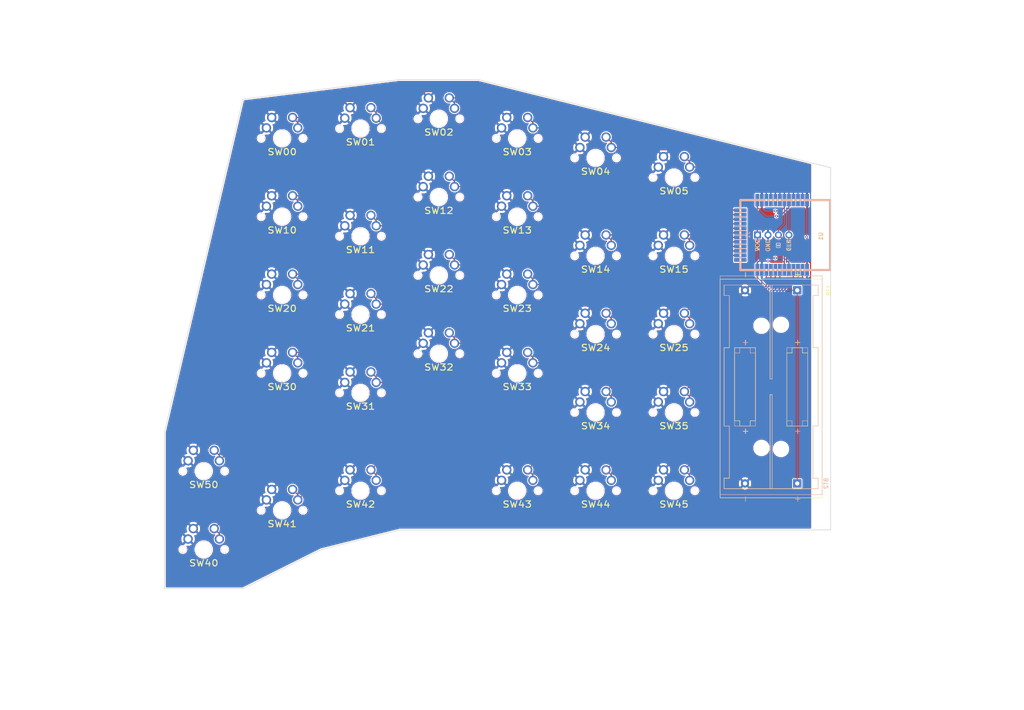
<source format=kicad_pcb>
(kicad_pcb (version 20171130) (host pcbnew 5.0.0)
  (layers (0 F.Cu signal) (31 B.Cu signal) (34 B.Paste user hide) (35 F.Paste user hide) (36 B.SilkS user) (37 F.SilkS user) (38 B.Mask user hide) (39 F.Mask user hide) (44 Edge.Cuts user))
  (net 0 "")
  (net 1 GND)
  (net 2 VCC)
  (net 3 "Net-(J1-Pad3)")
  (net 4 "Net-(J1-Pad4)")
  (net 5 S00)
  (net 6 S01)
  (net 7 S02)
  (net 8 S03)
  (net 9 S04)
  (net 10 S05)
  (net 11 S10)
  (net 12 S11)
  (net 13 S12)
  (net 14 S13)
  (net 15 S14)
  (net 16 S15)
  (net 17 S20)
  (net 18 S21)
  (net 19 S22)
  (net 20 S23)
  (net 21 S24)
  (net 22 S25)
  (net 23 S30)
  (net 24 S31)
  (net 25 S32)
  (net 26 S33)
  (net 27 S34)
  (net 28 S35)
  (net 29 S40)
  (net 30 S41)
  (net 31 S42)
  (net 32 S43)
  (net 33 S44)
  (net 34 S45)
  (net 35 S50)
  (module blackwing:MX_FLIP (layer F.Cu) (at 127 91.1225)
    (fp_text reference SW45 (at 0 3.302) (layer F.SilkS) (effects (font (size 1.524 1.778) (thickness 0.254))))
    (fp_text value SW_Push hide)
    (pad 1 thru_hole circle (at 2.54 -5.08) (size 2.286 2.286) (drill 1.4986) (layers *.Cu *.Mask) (net 34 S45))
    (pad 2 thru_hole circle (at -3.81 -2.54) (size 2.286 2.286) (drill 1.4986) (layers *.Cu *.Mask) (net 1 GND))
    (pad "" thru_hole circle (at 0 0) (size 3.9878 3.9878) (drill 3.9878) (layers *.Cu *.Mask))
    (pad "" thru_hole circle (at -5.08 0) (size 1.7018 1.7018) (drill 1.7018) (layers *.Cu *.Mask))
    (pad "" thru_hole circle (at 5.08 0) (size 1.7018 1.7018) (drill 1.7018) (layers *.Cu *.Mask))
    (pad 1 thru_hole circle (at 3.81 -2.54) (size 2.286 2.286) (drill 1.4986) (layers *.Cu *.Mask) (net 34 S45))
    (pad 2 thru_hole circle (at -2.54 -5.08) (size 2.286 2.286) (drill 1.4986) (layers *.Cu *.Mask) (net 1 GND))
  )
  (module blackwing:MX_FLIP (layer F.Cu) (at 88.9 91.1225)
    (fp_text reference SW43 (at 0 3.302) (layer F.SilkS) (effects (font (size 1.524 1.778) (thickness 0.254))))
    (fp_text value SW_Push hide)
    (pad 1 thru_hole circle (at 2.54 -5.08) (size 2.286 2.286) (drill 1.4986) (layers *.Cu *.Mask) (net 32 S43))
    (pad 2 thru_hole circle (at -3.81 -2.54) (size 2.286 2.286) (drill 1.4986) (layers *.Cu *.Mask) (net 1 GND))
    (pad "" thru_hole circle (at 0 0) (size 3.9878 3.9878) (drill 3.9878) (layers *.Cu *.Mask))
    (pad "" thru_hole circle (at -5.08 0) (size 1.7018 1.7018) (drill 1.7018) (layers *.Cu *.Mask))
    (pad "" thru_hole circle (at 5.08 0) (size 1.7018 1.7018) (drill 1.7018) (layers *.Cu *.Mask))
    (pad 1 thru_hole circle (at 3.81 -2.54) (size 2.286 2.286) (drill 1.4986) (layers *.Cu *.Mask) (net 32 S43))
    (pad 2 thru_hole circle (at -2.54 -5.08) (size 2.286 2.286) (drill 1.4986) (layers *.Cu *.Mask) (net 1 GND))
  )
  (module blackwing:MX_FLIP (layer F.Cu) (at 50.8 91.1225)
    (fp_text reference SW42 (at 0 3.302) (layer F.SilkS) (effects (font (size 1.524 1.778) (thickness 0.254))))
    (fp_text value SW_Push hide)
    (pad 1 thru_hole circle (at 2.54 -5.08) (size 2.286 2.286) (drill 1.4986) (layers *.Cu *.Mask) (net 31 S42))
    (pad 2 thru_hole circle (at -3.81 -2.54) (size 2.286 2.286) (drill 1.4986) (layers *.Cu *.Mask) (net 1 GND))
    (pad "" thru_hole circle (at 0 0) (size 3.9878 3.9878) (drill 3.9878) (layers *.Cu *.Mask))
    (pad "" thru_hole circle (at -5.08 0) (size 1.7018 1.7018) (drill 1.7018) (layers *.Cu *.Mask))
    (pad "" thru_hole circle (at 5.08 0) (size 1.7018 1.7018) (drill 1.7018) (layers *.Cu *.Mask))
    (pad 1 thru_hole circle (at 3.81 -2.54) (size 2.286 2.286) (drill 1.4986) (layers *.Cu *.Mask) (net 31 S42))
    (pad 2 thru_hole circle (at -2.54 -5.08) (size 2.286 2.286) (drill 1.4986) (layers *.Cu *.Mask) (net 1 GND))
  )
  (module blackwing:MX_FLIP (layer F.Cu) (at 31.75 95.885)
    (fp_text reference SW41 (at 0 3.302) (layer F.SilkS) (effects (font (size 1.524 1.778) (thickness 0.254))))
    (fp_text value SW_Push hide)
    (pad 1 thru_hole circle (at 2.54 -5.08) (size 2.286 2.286) (drill 1.4986) (layers *.Cu *.Mask) (net 30 S41))
    (pad 2 thru_hole circle (at -3.81 -2.54) (size 2.286 2.286) (drill 1.4986) (layers *.Cu *.Mask) (net 1 GND))
    (pad "" thru_hole circle (at 0 0) (size 3.9878 3.9878) (drill 3.9878) (layers *.Cu *.Mask))
    (pad "" thru_hole circle (at -5.08 0) (size 1.7018 1.7018) (drill 1.7018) (layers *.Cu *.Mask))
    (pad "" thru_hole circle (at 5.08 0) (size 1.7018 1.7018) (drill 1.7018) (layers *.Cu *.Mask))
    (pad 1 thru_hole circle (at 3.81 -2.54) (size 2.286 2.286) (drill 1.4986) (layers *.Cu *.Mask) (net 30 S41))
    (pad 2 thru_hole circle (at -2.54 -5.08) (size 2.286 2.286) (drill 1.4986) (layers *.Cu *.Mask) (net 1 GND))
  )
  (module blackwing:MX_FLIP (layer F.Cu) (at 12.7 105.41)
    (fp_text reference SW40 (at 0 3.302) (layer F.SilkS) (effects (font (size 1.524 1.778) (thickness 0.254))))
    (fp_text value SW_Push hide)
    (pad 1 thru_hole circle (at 2.54 -5.08) (size 2.286 2.286) (drill 1.4986) (layers *.Cu *.Mask) (net 29 S40))
    (pad 2 thru_hole circle (at -3.81 -2.54) (size 2.286 2.286) (drill 1.4986) (layers *.Cu *.Mask) (net 1 GND))
    (pad "" thru_hole circle (at 0 0) (size 3.9878 3.9878) (drill 3.9878) (layers *.Cu *.Mask))
    (pad "" thru_hole circle (at -5.08 0) (size 1.7018 1.7018) (drill 1.7018) (layers *.Cu *.Mask))
    (pad "" thru_hole circle (at 5.08 0) (size 1.7018 1.7018) (drill 1.7018) (layers *.Cu *.Mask))
    (pad 1 thru_hole circle (at 3.81 -2.54) (size 2.286 2.286) (drill 1.4986) (layers *.Cu *.Mask) (net 29 S40))
    (pad 2 thru_hole circle (at -2.54 -5.08) (size 2.286 2.286) (drill 1.4986) (layers *.Cu *.Mask) (net 1 GND))
  )
  (module blackwing:MX_FLIP (layer F.Cu) (at 50.8 48.26)
    (fp_text reference SW21 (at 0 3.302) (layer F.SilkS) (effects (font (size 1.524 1.778) (thickness 0.254))))
    (fp_text value SW_Push hide)
    (pad 1 thru_hole circle (at 2.54 -5.08) (size 2.286 2.286) (drill 1.4986) (layers *.Cu *.Mask) (net 18 S21))
    (pad 2 thru_hole circle (at -3.81 -2.54) (size 2.286 2.286) (drill 1.4986) (layers *.Cu *.Mask) (net 1 GND))
    (pad "" thru_hole circle (at 0 0) (size 3.9878 3.9878) (drill 3.9878) (layers *.Cu *.Mask))
    (pad "" thru_hole circle (at -5.08 0) (size 1.7018 1.7018) (drill 1.7018) (layers *.Cu *.Mask))
    (pad "" thru_hole circle (at 5.08 0) (size 1.7018 1.7018) (drill 1.7018) (layers *.Cu *.Mask))
    (pad 1 thru_hole circle (at 3.81 -2.54) (size 2.286 2.286) (drill 1.4986) (layers *.Cu *.Mask) (net 18 S21))
    (pad 2 thru_hole circle (at -2.54 -5.08) (size 2.286 2.286) (drill 1.4986) (layers *.Cu *.Mask) (net 1 GND))
  )
  (module blackwing:MX_FLIP (layer F.Cu) (at 107.95 72.0725)
    (fp_text reference SW34 (at 0 3.302) (layer F.SilkS) (effects (font (size 1.524 1.778) (thickness 0.254))))
    (fp_text value SW_Push hide)
    (pad 1 thru_hole circle (at 2.54 -5.08) (size 2.286 2.286) (drill 1.4986) (layers *.Cu *.Mask) (net 27 S34))
    (pad 2 thru_hole circle (at -3.81 -2.54) (size 2.286 2.286) (drill 1.4986) (layers *.Cu *.Mask) (net 1 GND))
    (pad "" thru_hole circle (at 0 0) (size 3.9878 3.9878) (drill 3.9878) (layers *.Cu *.Mask))
    (pad "" thru_hole circle (at -5.08 0) (size 1.7018 1.7018) (drill 1.7018) (layers *.Cu *.Mask))
    (pad "" thru_hole circle (at 5.08 0) (size 1.7018 1.7018) (drill 1.7018) (layers *.Cu *.Mask))
    (pad 1 thru_hole circle (at 3.81 -2.54) (size 2.286 2.286) (drill 1.4986) (layers *.Cu *.Mask) (net 27 S34))
    (pad 2 thru_hole circle (at -2.54 -5.08) (size 2.286 2.286) (drill 1.4986) (layers *.Cu *.Mask) (net 1 GND))
  )
  (module blackwing:MX_FLIP (layer F.Cu) (at 88.9 62.5475)
    (fp_text reference SW33 (at 0 3.302) (layer F.SilkS) (effects (font (size 1.524 1.778) (thickness 0.254))))
    (fp_text value SW_Push hide)
    (pad 1 thru_hole circle (at 2.54 -5.08) (size 2.286 2.286) (drill 1.4986) (layers *.Cu *.Mask) (net 26 S33))
    (pad 2 thru_hole circle (at -3.81 -2.54) (size 2.286 2.286) (drill 1.4986) (layers *.Cu *.Mask) (net 1 GND))
    (pad "" thru_hole circle (at 0 0) (size 3.9878 3.9878) (drill 3.9878) (layers *.Cu *.Mask))
    (pad "" thru_hole circle (at -5.08 0) (size 1.7018 1.7018) (drill 1.7018) (layers *.Cu *.Mask))
    (pad "" thru_hole circle (at 5.08 0) (size 1.7018 1.7018) (drill 1.7018) (layers *.Cu *.Mask))
    (pad 1 thru_hole circle (at 3.81 -2.54) (size 2.286 2.286) (drill 1.4986) (layers *.Cu *.Mask) (net 26 S33))
    (pad 2 thru_hole circle (at -2.54 -5.08) (size 2.286 2.286) (drill 1.4986) (layers *.Cu *.Mask) (net 1 GND))
  )
  (module blackwing:MX_FLIP (layer F.Cu) (at 69.85 57.785)
    (fp_text reference SW32 (at 0 3.302) (layer F.SilkS) (effects (font (size 1.524 1.778) (thickness 0.254))))
    (fp_text value SW_Push hide)
    (pad 1 thru_hole circle (at 2.54 -5.08) (size 2.286 2.286) (drill 1.4986) (layers *.Cu *.Mask) (net 25 S32))
    (pad 2 thru_hole circle (at -3.81 -2.54) (size 2.286 2.286) (drill 1.4986) (layers *.Cu *.Mask) (net 1 GND))
    (pad "" thru_hole circle (at 0 0) (size 3.9878 3.9878) (drill 3.9878) (layers *.Cu *.Mask))
    (pad "" thru_hole circle (at -5.08 0) (size 1.7018 1.7018) (drill 1.7018) (layers *.Cu *.Mask))
    (pad "" thru_hole circle (at 5.08 0) (size 1.7018 1.7018) (drill 1.7018) (layers *.Cu *.Mask))
    (pad 1 thru_hole circle (at 3.81 -2.54) (size 2.286 2.286) (drill 1.4986) (layers *.Cu *.Mask) (net 25 S32))
    (pad 2 thru_hole circle (at -2.54 -5.08) (size 2.286 2.286) (drill 1.4986) (layers *.Cu *.Mask) (net 1 GND))
  )
  (module blackwing:MX_FLIP (layer F.Cu) (at 50.8 67.31)
    (fp_text reference SW31 (at 0 3.302) (layer F.SilkS) (effects (font (size 1.524 1.778) (thickness 0.254))))
    (fp_text value SW_Push hide)
    (pad 1 thru_hole circle (at 2.54 -5.08) (size 2.286 2.286) (drill 1.4986) (layers *.Cu *.Mask) (net 24 S31))
    (pad 2 thru_hole circle (at -3.81 -2.54) (size 2.286 2.286) (drill 1.4986) (layers *.Cu *.Mask) (net 1 GND))
    (pad "" thru_hole circle (at 0 0) (size 3.9878 3.9878) (drill 3.9878) (layers *.Cu *.Mask))
    (pad "" thru_hole circle (at -5.08 0) (size 1.7018 1.7018) (drill 1.7018) (layers *.Cu *.Mask))
    (pad "" thru_hole circle (at 5.08 0) (size 1.7018 1.7018) (drill 1.7018) (layers *.Cu *.Mask))
    (pad 1 thru_hole circle (at 3.81 -2.54) (size 2.286 2.286) (drill 1.4986) (layers *.Cu *.Mask) (net 24 S31))
    (pad 2 thru_hole circle (at -2.54 -5.08) (size 2.286 2.286) (drill 1.4986) (layers *.Cu *.Mask) (net 1 GND))
  )
  (module blackwing:MX_FLIP (layer F.Cu) (at 31.75 62.5475)
    (fp_text reference SW30 (at 0 3.302) (layer F.SilkS) (effects (font (size 1.524 1.778) (thickness 0.254))))
    (fp_text value SW_Push hide)
    (pad 1 thru_hole circle (at 2.54 -5.08) (size 2.286 2.286) (drill 1.4986) (layers *.Cu *.Mask) (net 23 S30))
    (pad 2 thru_hole circle (at -3.81 -2.54) (size 2.286 2.286) (drill 1.4986) (layers *.Cu *.Mask) (net 1 GND))
    (pad "" thru_hole circle (at 0 0) (size 3.9878 3.9878) (drill 3.9878) (layers *.Cu *.Mask))
    (pad "" thru_hole circle (at -5.08 0) (size 1.7018 1.7018) (drill 1.7018) (layers *.Cu *.Mask))
    (pad "" thru_hole circle (at 5.08 0) (size 1.7018 1.7018) (drill 1.7018) (layers *.Cu *.Mask))
    (pad 1 thru_hole circle (at 3.81 -2.54) (size 2.286 2.286) (drill 1.4986) (layers *.Cu *.Mask) (net 23 S30))
    (pad 2 thru_hole circle (at -2.54 -5.08) (size 2.286 2.286) (drill 1.4986) (layers *.Cu *.Mask) (net 1 GND))
  )
  (module blackwing:MX_FLIP (layer F.Cu) (at 127 53.0225)
    (fp_text reference SW25 (at 0 3.302) (layer F.SilkS) (effects (font (size 1.524 1.778) (thickness 0.254))))
    (fp_text value SW_Push hide)
    (pad 1 thru_hole circle (at 2.54 -5.08) (size 2.286 2.286) (drill 1.4986) (layers *.Cu *.Mask) (net 22 S25))
    (pad 2 thru_hole circle (at -3.81 -2.54) (size 2.286 2.286) (drill 1.4986) (layers *.Cu *.Mask) (net 1 GND))
    (pad "" thru_hole circle (at 0 0) (size 3.9878 3.9878) (drill 3.9878) (layers *.Cu *.Mask))
    (pad "" thru_hole circle (at -5.08 0) (size 1.7018 1.7018) (drill 1.7018) (layers *.Cu *.Mask))
    (pad "" thru_hole circle (at 5.08 0) (size 1.7018 1.7018) (drill 1.7018) (layers *.Cu *.Mask))
    (pad 1 thru_hole circle (at 3.81 -2.54) (size 2.286 2.286) (drill 1.4986) (layers *.Cu *.Mask) (net 22 S25))
    (pad 2 thru_hole circle (at -2.54 -5.08) (size 2.286 2.286) (drill 1.4986) (layers *.Cu *.Mask) (net 1 GND))
  )
  (module blackwing:MX_FLIP (layer F.Cu) (at 107.95 53.0225)
    (fp_text reference SW24 (at 0 3.302) (layer F.SilkS) (effects (font (size 1.524 1.778) (thickness 0.254))))
    (fp_text value SW_Push hide)
    (pad 1 thru_hole circle (at 2.54 -5.08) (size 2.286 2.286) (drill 1.4986) (layers *.Cu *.Mask) (net 21 S24))
    (pad 2 thru_hole circle (at -3.81 -2.54) (size 2.286 2.286) (drill 1.4986) (layers *.Cu *.Mask) (net 1 GND))
    (pad "" thru_hole circle (at 0 0) (size 3.9878 3.9878) (drill 3.9878) (layers *.Cu *.Mask))
    (pad "" thru_hole circle (at -5.08 0) (size 1.7018 1.7018) (drill 1.7018) (layers *.Cu *.Mask))
    (pad "" thru_hole circle (at 5.08 0) (size 1.7018 1.7018) (drill 1.7018) (layers *.Cu *.Mask))
    (pad 1 thru_hole circle (at 3.81 -2.54) (size 2.286 2.286) (drill 1.4986) (layers *.Cu *.Mask) (net 21 S24))
    (pad 2 thru_hole circle (at -2.54 -5.08) (size 2.286 2.286) (drill 1.4986) (layers *.Cu *.Mask) (net 1 GND))
  )
  (module blackwing:MX_FLIP (layer F.Cu) (at 88.9 43.4975)
    (fp_text reference SW23 (at 0 3.302) (layer F.SilkS) (effects (font (size 1.524 1.778) (thickness 0.254))))
    (fp_text value SW_Push hide)
    (pad 1 thru_hole circle (at 2.54 -5.08) (size 2.286 2.286) (drill 1.4986) (layers *.Cu *.Mask) (net 20 S23))
    (pad 2 thru_hole circle (at -3.81 -2.54) (size 2.286 2.286) (drill 1.4986) (layers *.Cu *.Mask) (net 1 GND))
    (pad "" thru_hole circle (at 0 0) (size 3.9878 3.9878) (drill 3.9878) (layers *.Cu *.Mask))
    (pad "" thru_hole circle (at -5.08 0) (size 1.7018 1.7018) (drill 1.7018) (layers *.Cu *.Mask))
    (pad "" thru_hole circle (at 5.08 0) (size 1.7018 1.7018) (drill 1.7018) (layers *.Cu *.Mask))
    (pad 1 thru_hole circle (at 3.81 -2.54) (size 2.286 2.286) (drill 1.4986) (layers *.Cu *.Mask) (net 20 S23))
    (pad 2 thru_hole circle (at -2.54 -5.08) (size 2.286 2.286) (drill 1.4986) (layers *.Cu *.Mask) (net 1 GND))
  )
  (module blackwing:MX_FLIP (layer F.Cu) (at 107.95 91.1225)
    (fp_text reference SW44 (at 0 3.302) (layer F.SilkS) (effects (font (size 1.524 1.778) (thickness 0.254))))
    (fp_text value SW_Push hide)
    (pad 1 thru_hole circle (at 2.54 -5.08) (size 2.286 2.286) (drill 1.4986) (layers *.Cu *.Mask) (net 33 S44))
    (pad 2 thru_hole circle (at -3.81 -2.54) (size 2.286 2.286) (drill 1.4986) (layers *.Cu *.Mask) (net 1 GND))
    (pad "" thru_hole circle (at 0 0) (size 3.9878 3.9878) (drill 3.9878) (layers *.Cu *.Mask))
    (pad "" thru_hole circle (at -5.08 0) (size 1.7018 1.7018) (drill 1.7018) (layers *.Cu *.Mask))
    (pad "" thru_hole circle (at 5.08 0) (size 1.7018 1.7018) (drill 1.7018) (layers *.Cu *.Mask))
    (pad 1 thru_hole circle (at 3.81 -2.54) (size 2.286 2.286) (drill 1.4986) (layers *.Cu *.Mask) (net 33 S44))
    (pad 2 thru_hole circle (at -2.54 -5.08) (size 2.286 2.286) (drill 1.4986) (layers *.Cu *.Mask) (net 1 GND))
  )
  (module blackwing:MX_FLIP (layer F.Cu) (at 12.7 86.36)
    (fp_text reference SW50 (at 0 3.302) (layer F.SilkS) (effects (font (size 1.524 1.778) (thickness 0.254))))
    (fp_text value SW_Push hide)
    (pad 1 thru_hole circle (at 2.54 -5.08) (size 2.286 2.286) (drill 1.4986) (layers *.Cu *.Mask) (net 35 S50))
    (pad 2 thru_hole circle (at -3.81 -2.54) (size 2.286 2.286) (drill 1.4986) (layers *.Cu *.Mask) (net 1 GND))
    (pad "" thru_hole circle (at 0 0) (size 3.9878 3.9878) (drill 3.9878) (layers *.Cu *.Mask))
    (pad "" thru_hole circle (at -5.08 0) (size 1.7018 1.7018) (drill 1.7018) (layers *.Cu *.Mask))
    (pad "" thru_hole circle (at 5.08 0) (size 1.7018 1.7018) (drill 1.7018) (layers *.Cu *.Mask))
    (pad 1 thru_hole circle (at 3.81 -2.54) (size 2.286 2.286) (drill 1.4986) (layers *.Cu *.Mask) (net 35 S50))
    (pad 2 thru_hole circle (at -2.54 -5.08) (size 2.286 2.286) (drill 1.4986) (layers *.Cu *.Mask) (net 1 GND))
  )
  (module blackwing:MX_FLIP (layer F.Cu) (at 31.75 5.3975)
    (fp_text reference SW00 (at 0 3.302) (layer F.SilkS) (effects (font (size 1.524 1.778) (thickness 0.254))))
    (fp_text value SW_Push hide)
    (pad 1 thru_hole circle (at 2.54 -5.08) (size 2.286 2.286) (drill 1.4986) (layers *.Cu *.Mask) (net 5 S00))
    (pad 2 thru_hole circle (at -3.81 -2.54) (size 2.286 2.286) (drill 1.4986) (layers *.Cu *.Mask) (net 1 GND))
    (pad "" thru_hole circle (at 0 0) (size 3.9878 3.9878) (drill 3.9878) (layers *.Cu *.Mask))
    (pad "" thru_hole circle (at -5.08 0) (size 1.7018 1.7018) (drill 1.7018) (layers *.Cu *.Mask))
    (pad "" thru_hole circle (at 5.08 0) (size 1.7018 1.7018) (drill 1.7018) (layers *.Cu *.Mask))
    (pad 1 thru_hole circle (at 3.81 -2.54) (size 2.286 2.286) (drill 1.4986) (layers *.Cu *.Mask) (net 5 S00))
    (pad 2 thru_hole circle (at -2.54 -5.08) (size 2.286 2.286) (drill 1.4986) (layers *.Cu *.Mask) (net 1 GND))
  )
  (module blackwing:MX_FLIP (layer F.Cu) (at 50.8 3.01625)
    (fp_text reference SW01 (at 0 3.302) (layer F.SilkS) (effects (font (size 1.524 1.778) (thickness 0.254))))
    (fp_text value SW_Push hide)
    (pad 1 thru_hole circle (at 2.54 -5.08) (size 2.286 2.286) (drill 1.4986) (layers *.Cu *.Mask) (net 6 S01))
    (pad 2 thru_hole circle (at -3.81 -2.54) (size 2.286 2.286) (drill 1.4986) (layers *.Cu *.Mask) (net 1 GND))
    (pad "" thru_hole circle (at 0 0) (size 3.9878 3.9878) (drill 3.9878) (layers *.Cu *.Mask))
    (pad "" thru_hole circle (at -5.08 0) (size 1.7018 1.7018) (drill 1.7018) (layers *.Cu *.Mask))
    (pad "" thru_hole circle (at 5.08 0) (size 1.7018 1.7018) (drill 1.7018) (layers *.Cu *.Mask))
    (pad 1 thru_hole circle (at 3.81 -2.54) (size 2.286 2.286) (drill 1.4986) (layers *.Cu *.Mask) (net 6 S01))
    (pad 2 thru_hole circle (at -2.54 -5.08) (size 2.286 2.286) (drill 1.4986) (layers *.Cu *.Mask) (net 1 GND))
  )
  (module blackwing:MX_FLIP (layer F.Cu) (at 69.85 0.635)
    (fp_text reference SW02 (at 0 3.302) (layer F.SilkS) (effects (font (size 1.524 1.778) (thickness 0.254))))
    (fp_text value SW_Push hide)
    (pad 1 thru_hole circle (at 2.54 -5.08) (size 2.286 2.286) (drill 1.4986) (layers *.Cu *.Mask) (net 7 S02))
    (pad 2 thru_hole circle (at -3.81 -2.54) (size 2.286 2.286) (drill 1.4986) (layers *.Cu *.Mask) (net 1 GND))
    (pad "" thru_hole circle (at 0 0) (size 3.9878 3.9878) (drill 3.9878) (layers *.Cu *.Mask))
    (pad "" thru_hole circle (at -5.08 0) (size 1.7018 1.7018) (drill 1.7018) (layers *.Cu *.Mask))
    (pad "" thru_hole circle (at 5.08 0) (size 1.7018 1.7018) (drill 1.7018) (layers *.Cu *.Mask))
    (pad 1 thru_hole circle (at 3.81 -2.54) (size 2.286 2.286) (drill 1.4986) (layers *.Cu *.Mask) (net 7 S02))
    (pad 2 thru_hole circle (at -2.54 -5.08) (size 2.286 2.286) (drill 1.4986) (layers *.Cu *.Mask) (net 1 GND))
  )
  (module blackwing:MX_FLIP (layer F.Cu) (at 88.9 5.3975)
    (fp_text reference SW03 (at 0 3.302) (layer F.SilkS) (effects (font (size 1.524 1.778) (thickness 0.254))))
    (fp_text value SW_Push hide)
    (pad 1 thru_hole circle (at 2.54 -5.08) (size 2.286 2.286) (drill 1.4986) (layers *.Cu *.Mask) (net 8 S03))
    (pad 2 thru_hole circle (at -3.81 -2.54) (size 2.286 2.286) (drill 1.4986) (layers *.Cu *.Mask) (net 1 GND))
    (pad "" thru_hole circle (at 0 0) (size 3.9878 3.9878) (drill 3.9878) (layers *.Cu *.Mask))
    (pad "" thru_hole circle (at -5.08 0) (size 1.7018 1.7018) (drill 1.7018) (layers *.Cu *.Mask))
    (pad "" thru_hole circle (at 5.08 0) (size 1.7018 1.7018) (drill 1.7018) (layers *.Cu *.Mask))
    (pad 1 thru_hole circle (at 3.81 -2.54) (size 2.286 2.286) (drill 1.4986) (layers *.Cu *.Mask) (net 8 S03))
    (pad 2 thru_hole circle (at -2.54 -5.08) (size 2.286 2.286) (drill 1.4986) (layers *.Cu *.Mask) (net 1 GND))
  )
  (module blackwing:MX_FLIP (layer F.Cu) (at 107.95 10.16)
    (fp_text reference SW04 (at 0 3.302) (layer F.SilkS) (effects (font (size 1.524 1.778) (thickness 0.254))))
    (fp_text value SW_Push hide)
    (pad 1 thru_hole circle (at 2.54 -5.08) (size 2.286 2.286) (drill 1.4986) (layers *.Cu *.Mask) (net 9 S04))
    (pad 2 thru_hole circle (at -3.81 -2.54) (size 2.286 2.286) (drill 1.4986) (layers *.Cu *.Mask) (net 1 GND))
    (pad "" thru_hole circle (at 0 0) (size 3.9878 3.9878) (drill 3.9878) (layers *.Cu *.Mask))
    (pad "" thru_hole circle (at -5.08 0) (size 1.7018 1.7018) (drill 1.7018) (layers *.Cu *.Mask))
    (pad "" thru_hole circle (at 5.08 0) (size 1.7018 1.7018) (drill 1.7018) (layers *.Cu *.Mask))
    (pad 1 thru_hole circle (at 3.81 -2.54) (size 2.286 2.286) (drill 1.4986) (layers *.Cu *.Mask) (net 9 S04))
    (pad 2 thru_hole circle (at -2.54 -5.08) (size 2.286 2.286) (drill 1.4986) (layers *.Cu *.Mask) (net 1 GND))
  )
  (module blackwing:MX_FLIP (layer F.Cu) (at 127 14.9225)
    (fp_text reference SW05 (at 0 3.302) (layer F.SilkS) (effects (font (size 1.524 1.778) (thickness 0.254))))
    (fp_text value SW_Push hide)
    (pad 1 thru_hole circle (at 2.54 -5.08) (size 2.286 2.286) (drill 1.4986) (layers *.Cu *.Mask) (net 10 S05))
    (pad 2 thru_hole circle (at -3.81 -2.54) (size 2.286 2.286) (drill 1.4986) (layers *.Cu *.Mask) (net 1 GND))
    (pad "" thru_hole circle (at 0 0) (size 3.9878 3.9878) (drill 3.9878) (layers *.Cu *.Mask))
    (pad "" thru_hole circle (at -5.08 0) (size 1.7018 1.7018) (drill 1.7018) (layers *.Cu *.Mask))
    (pad "" thru_hole circle (at 5.08 0) (size 1.7018 1.7018) (drill 1.7018) (layers *.Cu *.Mask))
    (pad 1 thru_hole circle (at 3.81 -2.54) (size 2.286 2.286) (drill 1.4986) (layers *.Cu *.Mask) (net 10 S05))
    (pad 2 thru_hole circle (at -2.54 -5.08) (size 2.286 2.286) (drill 1.4986) (layers *.Cu *.Mask) (net 1 GND))
  )
  (module blackwing:MX_FLIP (layer F.Cu) (at 31.75 24.4475)
    (fp_text reference SW10 (at 0 3.302) (layer F.SilkS) (effects (font (size 1.524 1.778) (thickness 0.254))))
    (fp_text value SW_Push hide)
    (pad 1 thru_hole circle (at 2.54 -5.08) (size 2.286 2.286) (drill 1.4986) (layers *.Cu *.Mask) (net 11 S10))
    (pad 2 thru_hole circle (at -3.81 -2.54) (size 2.286 2.286) (drill 1.4986) (layers *.Cu *.Mask) (net 1 GND))
    (pad "" thru_hole circle (at 0 0) (size 3.9878 3.9878) (drill 3.9878) (layers *.Cu *.Mask))
    (pad "" thru_hole circle (at -5.08 0) (size 1.7018 1.7018) (drill 1.7018) (layers *.Cu *.Mask))
    (pad "" thru_hole circle (at 5.08 0) (size 1.7018 1.7018) (drill 1.7018) (layers *.Cu *.Mask))
    (pad 1 thru_hole circle (at 3.81 -2.54) (size 2.286 2.286) (drill 1.4986) (layers *.Cu *.Mask) (net 11 S10))
    (pad 2 thru_hole circle (at -2.54 -5.08) (size 2.286 2.286) (drill 1.4986) (layers *.Cu *.Mask) (net 1 GND))
  )
  (module blackwing:MX_FLIP (layer F.Cu) (at 50.8 29.21)
    (fp_text reference SW11 (at 0 3.302) (layer F.SilkS) (effects (font (size 1.524 1.778) (thickness 0.254))))
    (fp_text value SW_Push hide)
    (pad 1 thru_hole circle (at 2.54 -5.08) (size 2.286 2.286) (drill 1.4986) (layers *.Cu *.Mask) (net 12 S11))
    (pad 2 thru_hole circle (at -3.81 -2.54) (size 2.286 2.286) (drill 1.4986) (layers *.Cu *.Mask) (net 1 GND))
    (pad "" thru_hole circle (at 0 0) (size 3.9878 3.9878) (drill 3.9878) (layers *.Cu *.Mask))
    (pad "" thru_hole circle (at -5.08 0) (size 1.7018 1.7018) (drill 1.7018) (layers *.Cu *.Mask))
    (pad "" thru_hole circle (at 5.08 0) (size 1.7018 1.7018) (drill 1.7018) (layers *.Cu *.Mask))
    (pad 1 thru_hole circle (at 3.81 -2.54) (size 2.286 2.286) (drill 1.4986) (layers *.Cu *.Mask) (net 12 S11))
    (pad 2 thru_hole circle (at -2.54 -5.08) (size 2.286 2.286) (drill 1.4986) (layers *.Cu *.Mask) (net 1 GND))
  )
  (module blackwing:MX_FLIP (layer F.Cu) (at 69.85 19.685)
    (fp_text reference SW12 (at 0 3.302) (layer F.SilkS) (effects (font (size 1.524 1.778) (thickness 0.254))))
    (fp_text value SW_Push hide)
    (pad 1 thru_hole circle (at 2.54 -5.08) (size 2.286 2.286) (drill 1.4986) (layers *.Cu *.Mask) (net 13 S12))
    (pad 2 thru_hole circle (at -3.81 -2.54) (size 2.286 2.286) (drill 1.4986) (layers *.Cu *.Mask) (net 1 GND))
    (pad "" thru_hole circle (at 0 0) (size 3.9878 3.9878) (drill 3.9878) (layers *.Cu *.Mask))
    (pad "" thru_hole circle (at -5.08 0) (size 1.7018 1.7018) (drill 1.7018) (layers *.Cu *.Mask))
    (pad "" thru_hole circle (at 5.08 0) (size 1.7018 1.7018) (drill 1.7018) (layers *.Cu *.Mask))
    (pad 1 thru_hole circle (at 3.81 -2.54) (size 2.286 2.286) (drill 1.4986) (layers *.Cu *.Mask) (net 13 S12))
    (pad 2 thru_hole circle (at -2.54 -5.08) (size 2.286 2.286) (drill 1.4986) (layers *.Cu *.Mask) (net 1 GND))
  )
  (module blackwing:MX_FLIP (layer F.Cu) (at 88.9 24.4475)
    (fp_text reference SW13 (at 0 3.302) (layer F.SilkS) (effects (font (size 1.524 1.778) (thickness 0.254))))
    (fp_text value SW_Push hide)
    (pad 1 thru_hole circle (at 2.54 -5.08) (size 2.286 2.286) (drill 1.4986) (layers *.Cu *.Mask) (net 14 S13))
    (pad 2 thru_hole circle (at -3.81 -2.54) (size 2.286 2.286) (drill 1.4986) (layers *.Cu *.Mask) (net 1 GND))
    (pad "" thru_hole circle (at 0 0) (size 3.9878 3.9878) (drill 3.9878) (layers *.Cu *.Mask))
    (pad "" thru_hole circle (at -5.08 0) (size 1.7018 1.7018) (drill 1.7018) (layers *.Cu *.Mask))
    (pad "" thru_hole circle (at 5.08 0) (size 1.7018 1.7018) (drill 1.7018) (layers *.Cu *.Mask))
    (pad 1 thru_hole circle (at 3.81 -2.54) (size 2.286 2.286) (drill 1.4986) (layers *.Cu *.Mask) (net 14 S13))
    (pad 2 thru_hole circle (at -2.54 -5.08) (size 2.286 2.286) (drill 1.4986) (layers *.Cu *.Mask) (net 1 GND))
  )
  (module blackwing:MX_FLIP (layer F.Cu) (at 107.95 33.9725)
    (fp_text reference SW14 (at 0 3.302) (layer F.SilkS) (effects (font (size 1.524 1.778) (thickness 0.254))))
    (fp_text value SW_Push hide)
    (pad 1 thru_hole circle (at 2.54 -5.08) (size 2.286 2.286) (drill 1.4986) (layers *.Cu *.Mask) (net 15 S14))
    (pad 2 thru_hole circle (at -3.81 -2.54) (size 2.286 2.286) (drill 1.4986) (layers *.Cu *.Mask) (net 1 GND))
    (pad "" thru_hole circle (at 0 0) (size 3.9878 3.9878) (drill 3.9878) (layers *.Cu *.Mask))
    (pad "" thru_hole circle (at -5.08 0) (size 1.7018 1.7018) (drill 1.7018) (layers *.Cu *.Mask))
    (pad "" thru_hole circle (at 5.08 0) (size 1.7018 1.7018) (drill 1.7018) (layers *.Cu *.Mask))
    (pad 1 thru_hole circle (at 3.81 -2.54) (size 2.286 2.286) (drill 1.4986) (layers *.Cu *.Mask) (net 15 S14))
    (pad 2 thru_hole circle (at -2.54 -5.08) (size 2.286 2.286) (drill 1.4986) (layers *.Cu *.Mask) (net 1 GND))
  )
  (module blackwing:MX_FLIP (layer F.Cu) (at 127 33.9725)
    (fp_text reference SW15 (at 0 3.302) (layer F.SilkS) (effects (font (size 1.524 1.778) (thickness 0.254))))
    (fp_text value SW_Push hide)
    (pad 1 thru_hole circle (at 2.54 -5.08) (size 2.286 2.286) (drill 1.4986) (layers *.Cu *.Mask) (net 16 S15))
    (pad 2 thru_hole circle (at -3.81 -2.54) (size 2.286 2.286) (drill 1.4986) (layers *.Cu *.Mask) (net 1 GND))
    (pad "" thru_hole circle (at 0 0) (size 3.9878 3.9878) (drill 3.9878) (layers *.Cu *.Mask))
    (pad "" thru_hole circle (at -5.08 0) (size 1.7018 1.7018) (drill 1.7018) (layers *.Cu *.Mask))
    (pad "" thru_hole circle (at 5.08 0) (size 1.7018 1.7018) (drill 1.7018) (layers *.Cu *.Mask))
    (pad 1 thru_hole circle (at 3.81 -2.54) (size 2.286 2.286) (drill 1.4986) (layers *.Cu *.Mask) (net 16 S15))
    (pad 2 thru_hole circle (at -2.54 -5.08) (size 2.286 2.286) (drill 1.4986) (layers *.Cu *.Mask) (net 1 GND))
  )
  (module blackwing:MX_FLIP (layer F.Cu) (at 31.75 43.4975)
    (fp_text reference SW20 (at 0 3.302) (layer F.SilkS) (effects (font (size 1.524 1.778) (thickness 0.254))))
    (fp_text value SW_Push hide)
    (pad 1 thru_hole circle (at 2.54 -5.08) (size 2.286 2.286) (drill 1.4986) (layers *.Cu *.Mask) (net 17 S20))
    (pad 2 thru_hole circle (at -3.81 -2.54) (size 2.286 2.286) (drill 1.4986) (layers *.Cu *.Mask) (net 1 GND))
    (pad "" thru_hole circle (at 0 0) (size 3.9878 3.9878) (drill 3.9878) (layers *.Cu *.Mask))
    (pad "" thru_hole circle (at -5.08 0) (size 1.7018 1.7018) (drill 1.7018) (layers *.Cu *.Mask))
    (pad "" thru_hole circle (at 5.08 0) (size 1.7018 1.7018) (drill 1.7018) (layers *.Cu *.Mask))
    (pad 1 thru_hole circle (at 3.81 -2.54) (size 2.286 2.286) (drill 1.4986) (layers *.Cu *.Mask) (net 17 S20))
    (pad 2 thru_hole circle (at -2.54 -5.08) (size 2.286 2.286) (drill 1.4986) (layers *.Cu *.Mask) (net 1 GND))
  )
  (module blackwing:MX_FLIP (layer F.Cu) (at 127 72.0725)
    (fp_text reference SW35 (at 0 3.302) (layer F.SilkS) (effects (font (size 1.524 1.778) (thickness 0.254))))
    (fp_text value SW_Push hide)
    (pad 1 thru_hole circle (at 2.54 -5.08) (size 2.286 2.286) (drill 1.4986) (layers *.Cu *.Mask) (net 28 S35))
    (pad 2 thru_hole circle (at -3.81 -2.54) (size 2.286 2.286) (drill 1.4986) (layers *.Cu *.Mask) (net 1 GND))
    (pad "" thru_hole circle (at 0 0) (size 3.9878 3.9878) (drill 3.9878) (layers *.Cu *.Mask))
    (pad "" thru_hole circle (at -5.08 0) (size 1.7018 1.7018) (drill 1.7018) (layers *.Cu *.Mask))
    (pad "" thru_hole circle (at 5.08 0) (size 1.7018 1.7018) (drill 1.7018) (layers *.Cu *.Mask))
    (pad 1 thru_hole circle (at 3.81 -2.54) (size 2.286 2.286) (drill 1.4986) (layers *.Cu *.Mask) (net 28 S35))
    (pad 2 thru_hole circle (at -2.54 -5.08) (size 2.286 2.286) (drill 1.4986) (layers *.Cu *.Mask) (net 1 GND))
  )
  (module blackwing:MX_FLIP (layer F.Cu) (at 69.85 38.735)
    (fp_text reference SW22 (at 0 3.302) (layer F.SilkS) (effects (font (size 1.524 1.778) (thickness 0.254))))
    (fp_text value SW_Push hide)
    (pad 1 thru_hole circle (at 2.54 -5.08) (size 2.286 2.286) (drill 1.4986) (layers *.Cu *.Mask) (net 19 S22))
    (pad 2 thru_hole circle (at -3.81 -2.54) (size 2.286 2.286) (drill 1.4986) (layers *.Cu *.Mask) (net 1 GND))
    (pad "" thru_hole circle (at 0 0) (size 3.9878 3.9878) (drill 3.9878) (layers *.Cu *.Mask))
    (pad "" thru_hole circle (at -5.08 0) (size 1.7018 1.7018) (drill 1.7018) (layers *.Cu *.Mask))
    (pad "" thru_hole circle (at 5.08 0) (size 1.7018 1.7018) (drill 1.7018) (layers *.Cu *.Mask))
    (pad 1 thru_hole circle (at 3.81 -2.54) (size 2.286 2.286) (drill 1.4986) (layers *.Cu *.Mask) (net 19 S22))
    (pad 2 thru_hole circle (at -2.54 -5.08) (size 2.286 2.286) (drill 1.4986) (layers *.Cu *.Mask) (net 1 GND))
  )
  (module blackwing:Core51822 (layer F.Cu) (at 164.95 28.9225 270)
    (fp_text reference U2 (at 0.2875 2.23125 270) (layer F.SilkS))
    (fp_text value CORE51822)
    (pad 16 smd rect (at -2.75 21.8) (size 3 0.9) (layers F.Cu F.Paste F.Mask) (net 17 S20))
    (pad 18 smd rect (at -0.55 21.8) (size 3 0.9) (layers F.Cu F.Paste F.Mask) (net 20 S23))
    (pad 15 smd rect (at -3.85 21.8) (size 3 0.9) (layers F.Cu F.Paste F.Mask) (net 16 S15))
    (pad 13 smd rect (at -6.05 21.8) (size 3 0.9) (layers F.Cu F.Paste F.Mask) (net 12 S11))
    (pad 17 smd rect (at -1.65 21.8) (size 3 0.9) (layers F.Cu F.Paste F.Mask) (net 19 S22))
    (pad 14 smd rect (at -4.95 21.8) (size 3 0.9) (layers F.Cu F.Paste F.Mask) (net 15 S14))
    (pad 24 smd rect (at 6.05 21.8) (size 3 0.9) (layers F.Cu F.Paste F.Mask) (net 26 S33))
    (pad 21 smd rect (at 2.75 21.8) (size 3 0.9) (layers F.Cu F.Paste F.Mask) (net 22 S25))
    (pad 19 smd rect (at 0.55 21.8) (size 3 0.9) (layers F.Cu F.Paste F.Mask) (net 18 S21))
    (pad 20 smd rect (at 1.65 21.8) (size 3 0.9) (layers F.Cu F.Paste F.Mask) (net 21 S24))
    (pad 22 smd rect (at 3.85 21.8) (size 3 0.9) (layers F.Cu F.Paste F.Mask) (net 23 S30))
    (pad 23 smd rect (at 4.95 21.8) (size 3 0.9) (layers F.Cu F.Paste F.Mask) (net 25 S32))
    (pad 6 smd rect (at -8.5 11.1 270) (size 3 0.9) (layers F.Cu F.Paste F.Mask) (net 9 S04))
    (pad 2 smd rect (at -8.5 6.7 270) (size 3 0.9) (layers F.Cu F.Paste F.Mask) (net 5 S00))
    (pad 4 smd rect (at -8.5 8.9 270) (size 3 0.9) (layers F.Cu F.Paste F.Mask) (net 8 S03))
    (pad 3 smd rect (at -8.5 7.8 270) (size 3 0.9) (layers F.Cu F.Paste F.Mask) (net 7 S02))
    (pad 5 smd rect (at -8.5 10 270) (size 3 0.9) (layers F.Cu F.Paste F.Mask) (net 6 S01))
    (pad 1 smd rect (at -8.5 5.6 270) (size 3 0.9) (layers F.Cu F.Paste F.Mask) (net 1 GND))
    (pad 7 smd rect (at -8.5 12.2 270) (size 3 0.9) (layers F.Cu F.Paste F.Mask) (net 10 S05))
    (pad 10 smd rect (at -8.5 15.5 270) (size 3 0.9) (layers F.Cu F.Paste F.Mask) (net 14 S13))
    (pad 9 smd rect (at -8.5 14.4 270) (size 3 0.9) (layers F.Cu F.Paste F.Mask) (net 13 S12))
    (pad 8 smd rect (at -8.5 13.3 270) (size 3 0.9) (layers F.Cu F.Paste F.Mask) (net 11 S10))
    (pad 11 smd rect (at -8.5 16.6 270) (size 3 0.9) (layers F.Cu F.Paste F.Mask) (net 1 GND))
    (pad 12 smd rect (at -8.5 17.7 270) (size 3 0.9) (layers F.Cu F.Paste F.Mask) (net 2 VCC))
    (pad 36 smd rect (at 8.5 5.6 270) (size 3 0.9) (layers F.Cu F.Paste F.Mask) (net 34 S45))
    (pad 35 smd rect (at 8.5 6.7 270) (size 3 0.9) (layers F.Cu F.Paste F.Mask) (net 33 S44))
    (pad 34 smd rect (at 8.5 7.8 270) (size 3 0.9) (layers F.Cu F.Paste F.Mask) (net 32 S43))
    (pad 33 smd rect (at 8.5 8.9 270) (size 3 0.9) (layers F.Cu F.Paste F.Mask) (net 31 S42))
    (pad 32 smd rect (at 8.5 10 270) (size 3 0.9) (layers F.Cu F.Paste F.Mask) (net 4 "Net-(J1-Pad4)"))
    (pad 31 smd rect (at 8.5 11.1 270) (size 3 0.9) (layers F.Cu F.Paste F.Mask) (net 3 "Net-(J1-Pad3)"))
    (pad 30 smd rect (at 8.5 12.2 270) (size 3 0.9) (layers F.Cu F.Paste F.Mask) (net 30 S41))
    (pad 29 smd rect (at 8.5 13.3 270) (size 3 0.9) (layers F.Cu F.Paste F.Mask) (net 29 S40))
    (pad 28 smd rect (at 8.5 14.4 270) (size 3 0.9) (layers F.Cu F.Paste F.Mask) (net 35 S50))
    (pad 27 smd rect (at 8.5 15.5 270) (size 3 0.9) (layers F.Cu F.Paste F.Mask) (net 28 S35))
    (pad 26 smd rect (at 8.5 16.6 270) (size 3 0.9) (layers F.Cu F.Paste F.Mask) (net 27 S34))
    (pad 25 smd rect (at 8.5 17.7 270) (size 3 0.9) (layers F.Cu F.Paste F.Mask) (net 24 S31))
  )
  (module blackwing:Core51822 (layer B.Cu) (at 164.949729 28.9225 90)
    (fp_text reference U1 (at -0.2875 -2.230979 90) (layer B.SilkS) (effects (justify mirror)))
    (fp_text value CORE51822)
    (pad 16 smd rect (at -2.75 -21.8) (size 3 0.9) (layers B.Cu B.Paste B.Mask) (net 22 S25))
    (pad 18 smd rect (at -0.55 -21.8) (size 3 0.9) (layers B.Cu B.Paste B.Mask) (net 18 S21))
    (pad 15 smd rect (at -3.85 -21.8) (size 3 0.9) (layers B.Cu B.Paste B.Mask) (net 23 S30))
    (pad 13 smd rect (at -6.05 -21.8) (size 3 0.9) (layers B.Cu B.Paste B.Mask) (net 26 S33))
    (pad 17 smd rect (at -1.65 -21.8) (size 3 0.9) (layers B.Cu B.Paste B.Mask) (net 21 S24))
    (pad 14 smd rect (at -4.95 -21.8) (size 3 0.9) (layers B.Cu B.Paste B.Mask) (net 25 S32))
    (pad 24 smd rect (at 6.05 -21.8) (size 3 0.9) (layers B.Cu B.Paste B.Mask) (net 12 S11))
    (pad 21 smd rect (at 2.75 -21.8) (size 3 0.9) (layers B.Cu B.Paste B.Mask) (net 17 S20))
    (pad 19 smd rect (at 0.55 -21.8) (size 3 0.9) (layers B.Cu B.Paste B.Mask) (net 20 S23))
    (pad 20 smd rect (at 1.65 -21.8) (size 3 0.9) (layers B.Cu B.Paste B.Mask) (net 19 S22))
    (pad 22 smd rect (at 3.85 -21.8) (size 3 0.9) (layers B.Cu B.Paste B.Mask) (net 16 S15))
    (pad 23 smd rect (at 4.95 -21.8) (size 3 0.9) (layers B.Cu B.Paste B.Mask) (net 15 S14))
    (pad 6 smd rect (at -8.5 -11.1 90) (size 3 0.9) (layers B.Cu B.Paste B.Mask) (net 27 S34))
    (pad 2 smd rect (at -8.5 -6.7 90) (size 3 0.9) (layers B.Cu B.Paste B.Mask) (net 33 S44))
    (pad 4 smd rect (at -8.5 -8.9 90) (size 3 0.9) (layers B.Cu B.Paste B.Mask) (net 31 S42))
    (pad 3 smd rect (at -8.5 -7.8 90) (size 3 0.9) (layers B.Cu B.Paste B.Mask) (net 32 S43))
    (pad 5 smd rect (at -8.5 -10 90) (size 3 0.9) (layers B.Cu B.Paste B.Mask) (net 24 S31))
    (pad 1 smd rect (at -8.5 -5.6 90) (size 3 0.9) (layers B.Cu B.Paste B.Mask) (net 1 GND))
    (pad 7 smd rect (at -8.5 -12.2 90) (size 3 0.9) (layers B.Cu B.Paste B.Mask) (net 30 S41))
    (pad 10 smd rect (at -8.5 -15.5 90) (size 3 0.9) (layers B.Cu B.Paste B.Mask) (net 28 S35))
    (pad 9 smd rect (at -8.5 -14.4 90) (size 3 0.9) (layers B.Cu B.Paste B.Mask) (net 35 S50))
    (pad 8 smd rect (at -8.5 -13.3 90) (size 3 0.9) (layers B.Cu B.Paste B.Mask) (net 29 S40))
    (pad 11 smd rect (at -8.5 -16.6 90) (size 3 0.9) (layers B.Cu B.Paste B.Mask) (net 1 GND))
    (pad 12 smd rect (at -8.5 -17.7 90) (size 3 0.9) (layers B.Cu B.Paste B.Mask) (net 2 VCC))
    (pad 36 smd rect (at 8.5 -5.6 90) (size 3 0.9) (layers B.Cu B.Paste B.Mask) (net 34 S45))
    (pad 35 smd rect (at 8.5 -6.7 90) (size 3 0.9) (layers B.Cu B.Paste B.Mask) (net 5 S00))
    (pad 34 smd rect (at 8.5 -7.8 90) (size 3 0.9) (layers B.Cu B.Paste B.Mask) (net 7 S02))
    (pad 33 smd rect (at 8.5 -8.9 90) (size 3 0.9) (layers B.Cu B.Paste B.Mask) (net 8 S03))
    (pad 32 smd rect (at 8.5 -10 90) (size 3 0.9) (layers B.Cu B.Paste B.Mask) (net 4 "Net-(J1-Pad4)"))
    (pad 31 smd rect (at 8.5 -11.1 90) (size 3 0.9) (layers B.Cu B.Paste B.Mask) (net 3 "Net-(J1-Pad3)"))
    (pad 30 smd rect (at 8.5 -12.2 90) (size 3 0.9) (layers B.Cu B.Paste B.Mask) (net 10 S05))
    (pad 29 smd rect (at 8.5 -13.3 90) (size 3 0.9) (layers B.Cu B.Paste B.Mask) (net 11 S10))
    (pad 28 smd rect (at 8.5 -14.4 90) (size 3 0.9) (layers B.Cu B.Paste B.Mask) (net 13 S12))
    (pad 27 smd rect (at 8.5 -15.5 90) (size 3 0.9) (layers B.Cu B.Paste B.Mask) (net 14 S13))
    (pad 26 smd rect (at 8.5 -16.6 90) (size 3 0.9) (layers B.Cu B.Paste B.Mask) (net 9 S04))
    (pad 25 smd rect (at 8.5 -17.7 90) (size 3 0.9) (layers B.Cu B.Paste B.Mask) (net 6 S01))
  )
  (module blackwing:Keystone_2468_2xAAA (layer F.Cu) (at 156.972 42.3545 270)
    (fp_text reference BT1 (at 0 -7.62 90) (layer F.SilkS))
    (fp_text value Battery)
    (fp_text user - (at 34.29 0 270) (layer F.SilkS) (effects (font (size 1.5 1.5))))
    (fp_text user + (at 12.7 0 270) (layer F.SilkS) (effects (font (size 1.5 1.5))))
    (fp_text user + (at 34.29 12.7 270) (layer F.SilkS) (effects (font (size 1.5 1.5))))
    (fp_text user - (at 12.7 12.7 270) (layer F.SilkS) (effects (font (size 1.5 1.5))))
    (fp_text user + (at -3.81 0 270) (layer F.SilkS) (effects (font (size 1.5 1.5))))
    (fp_text user - (at -3.81 12.7 270) (layer F.SilkS) (effects (font (size 1.5 1.5))))
    (pad 1 thru_hole rect (at 0 0 270) (size 2 2) (drill 1.02) (layers *.Cu *.Mask) (net 2 VCC))
    (pad 2 thru_hole circle (at 0 12.7 270) (size 2 2) (drill 1.02) (layers *.Cu *.Mask) (net 1 GND))
    (pad "" np_thru_hole circle (at 8.636 8.6995 270) (size 3.5 3.5) (drill 3.5) (layers *.Cu *.Mask))
    (pad "" np_thru_hole circle (at 38.608 3.9624 270) (size 3.5 3.5) (drill 3.5) (layers *.Cu *.Mask))
  )
  (module blackwing:Keystone_2468_2xAAA (layer B.Cu) (at 156.972 89.3445 90)
    (fp_text reference BT2 (at 0 7 270) (layer B.SilkS) (effects (justify mirror)))
    (fp_text value Battery)
    (fp_text user - (at 34.29 0 90) (layer B.SilkS) (effects (font (size 1.5 1.5)) (justify mirror)))
    (fp_text user + (at 12.7 0 90) (layer B.SilkS) (effects (font (size 1.5 1.5)) (justify mirror)))
    (fp_text user + (at 34.29 -12.7 90) (layer B.SilkS) (effects (font (size 1.5 1.5)) (justify mirror)))
    (fp_text user - (at 12.7 -12.7 90) (layer B.SilkS) (effects (font (size 1.5 1.5)) (justify mirror)))
    (fp_text user + (at -3.81 0 90) (layer B.SilkS) (effects (font (size 1.5 1.5)) (justify mirror)))
    (fp_text user - (at -3.81 -12.7 90) (layer B.SilkS) (effects (font (size 1.5 1.5)) (justify mirror)))
    (pad 1 thru_hole rect (at 0 0 90) (size 2 2) (drill 1.02) (layers *.Cu *.Mask) (net 2 VCC))
    (pad 2 thru_hole circle (at 0 -12.7 90) (size 2 2) (drill 1.02) (layers *.Cu *.Mask) (net 1 GND))
    (pad "" np_thru_hole circle (at 8.636 -8.6995 90) (size 3.5 3.5) (drill 3.5) (layers *.Cu *.Mask))
    (pad "" np_thru_hole circle (at 38.608 -3.9624 90) (size 3.5 3.5) (drill 3.5) (layers *.Cu *.Mask))
  )
  (module blackwing:Programming_Header (layer B.Cu) (at 147.32 28.8925 270)
    (fp_text reference J1 (at 0 2.33 270) (layer B.SilkS) (effects (justify mirror)))
    (fp_text value Conn_01x04)
    (fp_text user CLK (at 2.54 -7.62 270) (layer B.SilkS) (effects (justify mirror)))
    (fp_text user IO (at 2.54 -5.08 270) (layer F.SilkS))
    (fp_text user GND (at 2.54 -2.54 270) (layer B.SilkS) (effects (justify mirror)))
    (fp_text user VCC (at 2.54 0 270) (layer B.SilkS) (effects (justify mirror)))
    (fp_text user VCC (at 2.54 0 270) (layer F.SilkS))
    (fp_text user GND (at 2.54 -2.54 270) (layer F.SilkS))
    (fp_text user IO (at 2.54 -5.08 270) (layer B.SilkS) (effects (justify mirror)))
    (fp_text user CLK (at 2.54 -7.62 270) (layer F.SilkS))
    (pad 1 thru_hole rect (at 0 0 270) (size 1.7 1.7) (drill 1) (layers *.Cu *.Mask) (net 2 VCC))
    (pad 2 thru_hole oval (at 0 -2.54 270) (size 1.7 1.7) (drill 1) (layers *.Cu *.Mask) (net 1 GND))
    (pad 3 thru_hole oval (at 0 -5.08 270) (size 1.7 1.7) (drill 1) (layers *.Cu *.Mask) (net 3 "Net-(J1-Pad3)"))
    (pad 4 thru_hole oval (at 0 -7.62 270) (size 1.7 1.7) (drill 1) (layers *.Cu *.Mask) (net 4 "Net-(J1-Pad4)"))
  )
  (gr_line (start 41.275 105.41) (end 60.325 100.6475) (layer Edge.Cuts) (width 0.15))
  (gr_line (start 3.175 114.935) (end 22.225 114.935) (layer Edge.Cuts) (width 0.15))
  (gr_line (start 22.225 -4.1275) (end 60.325 -8.89) (layer Edge.Cuts) (width 0.15))
  (gr_line (start 60.325 -8.89) (end 79.375 -8.89) (layer Edge.Cuts) (width 0.15))
  (gr_line (start 79.375 -8.89) (end 165.1 12.54125) (layer Edge.Cuts) (width 0.15))
  (gr_line (start 22.225 -4.1275) (end 3.175 76.835) (layer Edge.Cuts) (width 0.15))
  (gr_line (start 3.175 114.935) (end 3.175 76.835) (layer Edge.Cuts) (width 0.15))
  (gr_line (start 41.275 105.41) (end 22.225 114.935) (layer Edge.Cuts) (width 0.15))
  (gr_line (start 165.1 100.6475) (end 60.325 100.6475) (layer Edge.Cuts) (width 0.15))
  (gr_line (start 165.1 12.54125) (end 165.1 100.6475) (layer Edge.Cuts) (width 0.15))
  (segment (start 147.249729 37.4225) (end 147.249729 32.264771) (width 0.254) (layer B.Cu) (net 2))
  (segment (start 147.249729 32.264771) (end 147.32 32.1945) (width 0.254) (layer B.Cu) (net 2))
  (segment (start 147.32 32.1945) (end 147.32 28.8925) (width 0.254) (layer B.Cu) (net 2))
  (segment (start 147.25 28.8225) (end 147.32 28.8925) (width 0.254) (layer F.Cu) (net 2))
  (segment (start 147.25 20.4225) (end 147.25 28.8225) (width 0.254) (layer F.Cu) (net 2))
  (segment (start 155.718 42.3545) (end 156.972 42.3545) (width 0.254) (layer B.Cu) (net 2))
  (segment (start 150.427729 42.3545) (end 155.718 42.3545) (width 0.254) (layer B.Cu) (net 2))
  (segment (start 147.249729 39.1765) (end 150.427729 42.3545) (width 0.254) (layer B.Cu) (net 2))
  (segment (start 147.249729 37.4225) (end 147.249729 39.1765) (width 0.254) (layer B.Cu) (net 2))
  (segment (start 156.972 42.3545) (end 156.972 89.3445) (width 0.254) (layer B.Cu) (net 2))
  (segment (start 153.849729 26.24069) (end 153.849729 22.1765) (width 0.254) (layer B.Cu) (net 3))
  (segment (start 152.4 27.690419) (end 153.849729 26.24069) (width 0.254) (layer B.Cu) (net 3))
  (segment (start 153.849729 22.1765) (end 153.849729 20.4225) (width 0.254) (layer B.Cu) (net 3))
  (segment (start 152.4 28.8925) (end 152.4 27.690419) (width 0.254) (layer B.Cu) (net 3))
  (segment (start 153.85 30.3425) (end 153.85 37.4225) (width 0.254) (layer F.Cu) (net 3))
  (segment (start 152.4 28.8925) (end 153.85 30.3425) (width 0.254) (layer F.Cu) (net 3))
  (segment (start 154.949729 28.882771) (end 154.94 28.8925) (width 0.254) (layer B.Cu) (net 4))
  (segment (start 154.949729 20.4225) (end 154.949729 28.882771) (width 0.254) (layer B.Cu) (net 4))
  (segment (start 154.94 37.4125) (end 154.95 37.4225) (width 0.254) (layer F.Cu) (net 4))
  (segment (start 154.94 28.8925) (end 154.94 37.4125) (width 0.254) (layer F.Cu) (net 4))
  (segment (start 35.56 1.5875) (end 35.56 2.8575) (width 0.254) (layer F.Cu) (net 5))
  (segment (start 34.29 0.3175) (end 35.56 1.5875) (width 0.254) (layer F.Cu) (net 5))
  (segment (start 158.25 20.4225) (end 158.25 20.4225) (width 0.254) (layer F.Cu) (net 5))
  (via (at 158.25 20.4225) (size 0.6858) (drill 0.3302) (layers F.Cu B.Cu) (net 5))
  (segment (start 130.937 6.1595) (end 134.619947 9.842447) (width 0.254) (layer F.Cu) (net 5))
  (segment (start 116.078 6.1595) (end 130.937 6.1595) (width 0.254) (layer F.Cu) (net 5))
  (segment (start 96.012 1.8415) (end 111.76 1.8415) (width 0.254) (layer F.Cu) (net 5))
  (segment (start 74.168 -5.0165) (end 89.154 -5.0165) (width 0.254) (layer F.Cu) (net 5))
  (segment (start 73.215499 -5.969001) (end 74.168 -5.0165) (width 0.254) (layer F.Cu) (net 5))
  (segment (start 66.578479 -5.969001) (end 73.215499 -5.969001) (width 0.254) (layer F.Cu) (net 5))
  (segment (start 64.197229 -3.587751) (end 66.578479 -5.969001) (width 0.254) (layer F.Cu) (net 5))
  (segment (start 34.29 0.3175) (end 42.672 0.3175) (width 0.254) (layer F.Cu) (net 5))
  (segment (start 89.154 -5.0165) (end 96.012 1.8415) (width 0.254) (layer F.Cu) (net 5))
  (segment (start 149.423949 9.842449) (end 158.25 18.6685) (width 0.254) (layer F.Cu) (net 5))
  (segment (start 158.25 18.6685) (end 158.25 20.4225) (width 0.254) (layer F.Cu) (net 5))
  (segment (start 42.672 0.3175) (end 46.577251 -3.587751) (width 0.254) (layer F.Cu) (net 5))
  (segment (start 111.76 1.8415) (end 116.078 6.1595) (width 0.254) (layer F.Cu) (net 5))
  (segment (start 134.619947 9.842447) (end 149.423949 9.842449) (width 0.254) (layer F.Cu) (net 5))
  (segment (start 46.577251 -3.587751) (end 64.197229 -3.587751) (width 0.254) (layer F.Cu) (net 5))
  (via (at 151.892 24.3205) (size 0.6858) (drill 0.3302) (layers F.Cu B.Cu) (net 6))
  (segment (start 149.393729 24.3205) (end 151.892 24.3205) (width 0.254) (layer B.Cu) (net 6))
  (segment (start 147.249729 20.4225) (end 147.249729 22.1765) (width 0.254) (layer B.Cu) (net 6))
  (segment (start 147.249729 22.1765) (end 149.393729 24.3205) (width 0.254) (layer B.Cu) (net 6))
  (segment (start 154.95 22.1765) (end 154.95 20.4225) (width 0.254) (layer F.Cu) (net 6))
  (segment (start 152.806 24.3205) (end 154.95 22.1765) (width 0.254) (layer F.Cu) (net 6))
  (segment (start 151.892 24.3205) (end 152.806 24.3205) (width 0.254) (layer F.Cu) (net 6))
  (segment (start 54.61 -0.79375) (end 54.61 0.47625) (width 0.254) (layer F.Cu) (net 6))
  (segment (start 53.34 -2.06375) (end 54.61 -0.79375) (width 0.254) (layer F.Cu) (net 6))
  (segment (start 154.95 18.6685) (end 147.64798 11.36648) (width 0.254) (layer F.Cu) (net 6))
  (segment (start 56.419749 1.619249) (end 55.752999 1.619249) (width 0.254) (layer F.Cu) (net 6))
  (segment (start 154.95 20.4225) (end 154.95 18.6685) (width 0.254) (layer F.Cu) (net 6))
  (segment (start 97.789967 3.365533) (end 93.218 7.9375) (width 0.254) (layer F.Cu) (net 6))
  (segment (start 110.998033 3.365533) (end 97.789967 3.365533) (width 0.254) (layer F.Cu) (net 6))
  (segment (start 93.218 7.9375) (end 62.738 7.9375) (width 0.254) (layer F.Cu) (net 6))
  (segment (start 130.262161 7.683533) (end 115.316033 7.683533) (width 0.254) (layer F.Cu) (net 6))
  (segment (start 62.738 7.9375) (end 56.419749 1.619249) (width 0.254) (layer F.Cu) (net 6))
  (segment (start 133.945106 11.366478) (end 130.262161 7.683533) (width 0.254) (layer F.Cu) (net 6))
  (segment (start 55.752999 1.619249) (end 54.61 0.47625) (width 0.254) (layer F.Cu) (net 6))
  (segment (start 147.64798 11.36648) (end 133.945106 11.366478) (width 0.254) (layer F.Cu) (net 6))
  (segment (start 115.316033 7.683533) (end 110.998033 3.365533) (width 0.254) (layer F.Cu) (net 6))
  (segment (start 73.66 -3.175) (end 73.66 -1.905) (width 0.254) (layer F.Cu) (net 7))
  (segment (start 72.39 -4.445) (end 73.66 -3.175) (width 0.254) (layer F.Cu) (net 7))
  (segment (start 157.15 20.4225) (end 157.15 20.4225) (width 0.254) (layer F.Cu) (net 7))
  (via (at 157.15 20.4225) (size 0.6858) (drill 0.3302) (layers F.Cu B.Cu) (net 7))
  (segment (start 157.15 18.6685) (end 157.15 20.4225) (width 0.254) (layer F.Cu) (net 7))
  (segment (start 148.83196 10.35046) (end 157.15 18.6685) (width 0.254) (layer F.Cu) (net 7))
  (segment (start 134.365957 10.350457) (end 148.83196 10.35046) (width 0.254) (layer F.Cu) (net 7))
  (segment (start 115.867575 6.667511) (end 130.683011 6.667511) (width 0.254) (layer F.Cu) (net 7))
  (segment (start 95.758011 2.349511) (end 111.549575 2.349511) (width 0.254) (layer F.Cu) (net 7))
  (segment (start 88.9635 -4.445) (end 95.758011 2.349511) (width 0.254) (layer F.Cu) (net 7))
  (segment (start 130.683011 6.667511) (end 134.365957 10.350457) (width 0.254) (layer F.Cu) (net 7))
  (segment (start 72.39 -4.445) (end 88.9635 -4.445) (width 0.254) (layer F.Cu) (net 7))
  (segment (start 111.549575 2.349511) (end 115.867575 6.667511) (width 0.254) (layer F.Cu) (net 7))
  (segment (start 92.71 1.5875) (end 92.71 2.8575) (width 0.254) (layer F.Cu) (net 8))
  (segment (start 91.44 0.3175) (end 92.71 1.5875) (width 0.254) (layer F.Cu) (net 8))
  (segment (start 156.05 20.4225) (end 156.05 20.4225) (width 0.254) (layer F.Cu) (net 8))
  (via (at 156.05 20.4225) (size 0.6858) (drill 0.3302) (layers F.Cu B.Cu) (net 8))
  (segment (start 134.155532 10.858467) (end 148.23997 10.85847) (width 0.254) (layer F.Cu) (net 8))
  (segment (start 94.326446 2.8575) (end 94.326468 2.857522) (width 0.254) (layer F.Cu) (net 8))
  (segment (start 111.33915 2.857522) (end 115.65715 7.175522) (width 0.254) (layer F.Cu) (net 8))
  (segment (start 115.65715 7.175522) (end 130.472586 7.175522) (width 0.254) (layer F.Cu) (net 8))
  (segment (start 130.472586 7.175522) (end 134.155532 10.858467) (width 0.254) (layer F.Cu) (net 8))
  (segment (start 92.71 2.8575) (end 94.326446 2.8575) (width 0.254) (layer F.Cu) (net 8))
  (segment (start 148.23997 10.85847) (end 156.05 18.6685) (width 0.254) (layer F.Cu) (net 8))
  (segment (start 94.326468 2.857522) (end 111.33915 2.857522) (width 0.254) (layer F.Cu) (net 8))
  (segment (start 156.05 18.6685) (end 156.05 20.4225) (width 0.254) (layer F.Cu) (net 8))
  (via (at 151.638 23.0505) (size 0.6858) (drill 0.3302) (layers F.Cu B.Cu) (net 9))
  (segment (start 152.976 23.0505) (end 151.638 23.0505) (width 0.254) (layer F.Cu) (net 9))
  (segment (start 153.85 20.4225) (end 153.85 22.1765) (width 0.254) (layer F.Cu) (net 9))
  (segment (start 153.85 22.1765) (end 152.976 23.0505) (width 0.254) (layer F.Cu) (net 9))
  (segment (start 148.349729 22.1765) (end 148.349729 20.4225) (width 0.254) (layer B.Cu) (net 9))
  (segment (start 149.223729 23.0505) (end 148.349729 22.1765) (width 0.254) (layer B.Cu) (net 9))
  (segment (start 151.638 23.0505) (end 149.223729 23.0505) (width 0.254) (layer B.Cu) (net 9))
  (segment (start 111.76 6.35) (end 111.76 7.62) (width 0.254) (layer F.Cu) (net 9))
  (segment (start 110.49 5.08) (end 111.76 6.35) (width 0.254) (layer F.Cu) (net 9))
  (segment (start 153.85 18.6685) (end 153.85 20.4225) (width 0.254) (layer F.Cu) (net 9))
  (segment (start 133.734681 11.874489) (end 147.05599 11.87449) (width 0.254) (layer F.Cu) (net 9))
  (segment (start 147.05599 11.87449) (end 153.85 18.6685) (width 0.254) (layer F.Cu) (net 9))
  (segment (start 113.376446 7.62) (end 113.94799 8.191544) (width 0.254) (layer F.Cu) (net 9))
  (segment (start 111.76 7.62) (end 113.376446 7.62) (width 0.254) (layer F.Cu) (net 9))
  (segment (start 113.94799 8.191544) (end 130.051736 8.191544) (width 0.254) (layer F.Cu) (net 9))
  (segment (start 130.051736 8.191544) (end 133.734681 11.874489) (width 0.254) (layer F.Cu) (net 9))
  (segment (start 152.75 20.4225) (end 152.75 20.4225) (width 0.254) (layer F.Cu) (net 10))
  (via (at 152.75 20.4225) (size 0.6858) (drill 0.3302) (layers F.Cu B.Cu) (net 10))
  (segment (start 129.54 9.8425) (end 130.81 11.1125) (width 0.254) (layer F.Cu) (net 10))
  (segment (start 130.81 11.1125) (end 130.81 12.3825) (width 0.254) (layer F.Cu) (net 10))
  (segment (start 152.75 18.6685) (end 152.75 20.4225) (width 0.254) (layer F.Cu) (net 10))
  (segment (start 146.464 12.3825) (end 152.75 18.6685) (width 0.254) (layer F.Cu) (net 10))
  (segment (start 130.81 12.3825) (end 146.464 12.3825) (width 0.254) (layer F.Cu) (net 10))
  (segment (start 35.56 20.6375) (end 35.56 21.9075) (width 0.254) (layer F.Cu) (net 11))
  (segment (start 34.29 19.3675) (end 35.56 20.6375) (width 0.254) (layer F.Cu) (net 11))
  (segment (start 151.65 20.4225) (end 151.65 20.4225) (width 0.254) (layer F.Cu) (net 11))
  (via (at 151.65 20.4225) (size 0.6858) (drill 0.3302) (layers F.Cu B.Cu) (net 11))
  (segment (start 137.203586 16.192478) (end 149.173978 16.192478) (width 0.254) (layer F.Cu) (net 11))
  (segment (start 151.65 18.6685) (end 151.65 20.4225) (width 0.254) (layer F.Cu) (net 11))
  (segment (start 149.173978 16.192478) (end 151.65 18.6685) (width 0.254) (layer F.Cu) (net 11))
  (segment (start 57.023 19.3675) (end 64.516 11.8745) (width 0.254) (layer F.Cu) (net 11))
  (segment (start 34.29 19.3675) (end 57.023 19.3675) (width 0.254) (layer F.Cu) (net 11))
  (segment (start 64.516 11.8745) (end 86.995 11.8745) (width 0.254) (layer F.Cu) (net 11))
  (segment (start 132.504586 20.891478) (end 137.203586 16.192478) (width 0.254) (layer F.Cu) (net 11))
  (segment (start 86.995 11.8745) (end 96.011978 20.891478) (width 0.254) (layer F.Cu) (net 11))
  (segment (start 96.011978 20.891478) (end 132.504586 20.891478) (width 0.254) (layer F.Cu) (net 11))
  (segment (start 54.61 25.4) (end 54.61 26.67) (width 0.254) (layer F.Cu) (net 12))
  (segment (start 53.34 24.13) (end 54.61 25.4) (width 0.254) (layer F.Cu) (net 12))
  (segment (start 143.15 22.8725) (end 143.15 22.8725) (width 0.254) (layer F.Cu) (net 12))
  (via (at 143.15 22.8725) (size 0.6858) (drill 0.3302) (layers F.Cu B.Cu) (net 12))
  (segment (start 141.396 22.8785) (end 141.396 22.8725) (width 0.254) (layer F.Cu) (net 12))
  (segment (start 56.226446 26.67) (end 56.543946 26.9875) (width 0.254) (layer F.Cu) (net 12))
  (segment (start 140.933 22.4155) (end 141.396 22.8785) (width 0.254) (layer F.Cu) (net 12))
  (segment (start 141.396 22.8725) (end 143.15 22.8725) (width 0.254) (layer F.Cu) (net 12))
  (segment (start 54.61 26.67) (end 56.226446 26.67) (width 0.254) (layer F.Cu) (net 12))
  (segment (start 56.543946 26.9875) (end 93.218 26.9875) (width 0.254) (layer F.Cu) (net 12))
  (segment (start 93.218 26.9875) (end 97.79 22.4155) (width 0.254) (layer F.Cu) (net 12))
  (segment (start 97.79 22.4155) (end 140.933 22.4155) (width 0.254) (layer F.Cu) (net 12))
  (segment (start 150.55 20.4225) (end 150.55 20.4225) (width 0.254) (layer F.Cu) (net 13))
  (segment (start 73.66 15.875) (end 73.66 17.145) (width 0.254) (layer F.Cu) (net 13))
  (segment (start 72.39 14.605) (end 73.66 15.875) (width 0.254) (layer F.Cu) (net 13))
  (via (at 150.55 20.4225) (size 0.6858) (drill 0.3302) (layers F.Cu B.Cu) (net 13))
  (segment (start 75.276446 17.145) (end 73.66 17.145) (width 0.254) (layer F.Cu) (net 13))
  (segment (start 91.5035 17.145) (end 75.276446 17.145) (width 0.254) (layer F.Cu) (net 13))
  (segment (start 150.55 18.6685) (end 148.581989 16.700489) (width 0.254) (layer F.Cu) (net 13))
  (segment (start 148.581989 16.700489) (end 137.414011 16.700489) (width 0.254) (layer F.Cu) (net 13))
  (segment (start 137.414011 16.700489) (end 132.715011 21.399489) (width 0.254) (layer F.Cu) (net 13))
  (segment (start 95.757989 21.399489) (end 91.5035 17.145) (width 0.254) (layer F.Cu) (net 13))
  (segment (start 150.55 20.4225) (end 150.55 18.6685) (width 0.254) (layer F.Cu) (net 13))
  (segment (start 132.715011 21.399489) (end 95.757989 21.399489) (width 0.254) (layer F.Cu) (net 13))
  (segment (start 92.71 20.6375) (end 92.71 21.9075) (width 0.254) (layer F.Cu) (net 14))
  (segment (start 91.44 19.3675) (end 92.71 20.6375) (width 0.254) (layer F.Cu) (net 14))
  (segment (start 149.45 20.4225) (end 149.45 20.4225) (width 0.254) (layer F.Cu) (net 14))
  (via (at 149.45 20.4225) (size 0.6858) (drill 0.3302) (layers F.Cu B.Cu) (net 14))
  (segment (start 149.45 18.6685) (end 149.45 20.4225) (width 0.254) (layer F.Cu) (net 14))
  (segment (start 137.668 17.2085) (end 147.99 17.2085) (width 0.254) (layer F.Cu) (net 14))
  (segment (start 132.969 21.9075) (end 137.668 17.2085) (width 0.254) (layer F.Cu) (net 14))
  (segment (start 92.71 21.9075) (end 132.969 21.9075) (width 0.254) (layer F.Cu) (net 14))
  (segment (start 147.99 17.2085) (end 149.45 18.6685) (width 0.254) (layer F.Cu) (net 14))
  (segment (start 111.76 30.1625) (end 111.76 31.4325) (width 0.254) (layer F.Cu) (net 15))
  (segment (start 110.49 28.8925) (end 111.76 30.1625) (width 0.254) (layer F.Cu) (net 15))
  (segment (start 143.15 23.9725) (end 143.15 23.9725) (width 0.254) (layer F.Cu) (net 15))
  (via (at 143.15 23.9725) (size 0.6858) (drill 0.3302) (layers F.Cu B.Cu) (net 15))
  (segment (start 141.396 23.9725) (end 143.15 23.9725) (width 0.254) (layer F.Cu) (net 15))
  (segment (start 140.081 22.9235) (end 141.13 23.9725) (width 0.254) (layer F.Cu) (net 15))
  (segment (start 141.13 23.9725) (end 141.396 23.9725) (width 0.254) (layer F.Cu) (net 15))
  (segment (start 118.075446 22.9235) (end 140.081 22.9235) (width 0.254) (layer F.Cu) (net 15))
  (segment (start 110.49 28.8925) (end 112.106446 28.8925) (width 0.254) (layer F.Cu) (net 15))
  (segment (start 112.106446 28.8925) (end 118.075446 22.9235) (width 0.254) (layer F.Cu) (net 15))
  (segment (start 130.81 30.1625) (end 130.81 31.4325) (width 0.254) (layer F.Cu) (net 16))
  (segment (start 129.54 28.8925) (end 130.81 30.1625) (width 0.254) (layer F.Cu) (net 16))
  (segment (start 143.15 25.0725) (end 143.15 25.0725) (width 0.254) (layer F.Cu) (net 16))
  (via (at 143.15 25.0725) (size 0.6858) (drill 0.3302) (layers F.Cu B.Cu) (net 16))
  (segment (start 137.576 28.8925) (end 137.16 28.8925) (width 0.254) (layer F.Cu) (net 16))
  (segment (start 141.396 25.0725) (end 137.576 28.8925) (width 0.254) (layer F.Cu) (net 16))
  (segment (start 143.15 25.0725) (end 141.396 25.0725) (width 0.254) (layer F.Cu) (net 16))
  (segment (start 129.54 28.8925) (end 137.16 28.8925) (width 0.254) (layer F.Cu) (net 16))
  (segment (start 35.56 39.6875) (end 35.56 40.9575) (width 0.254) (layer F.Cu) (net 17))
  (segment (start 34.29 38.4175) (end 35.56 39.6875) (width 0.254) (layer F.Cu) (net 17))
  (segment (start 143.15 26.1725) (end 143.15 26.1725) (width 0.254) (layer F.Cu) (net 17))
  (via (at 143.15 26.1725) (size 0.6858) (drill 0.3302) (layers F.Cu B.Cu) (net 17))
  (segment (start 141.396 26.1725) (end 143.15 26.1725) (width 0.254) (layer F.Cu) (net 17))
  (segment (start 135.635929 38.036573) (end 135.635928 31.932572) (width 0.254) (layer F.Cu) (net 17))
  (segment (start 57.785 38.4175) (end 65.024 31.1785) (width 0.254) (layer F.Cu) (net 17))
  (segment (start 34.29 38.4175) (end 57.785 38.4175) (width 0.254) (layer F.Cu) (net 17))
  (segment (start 65.024 31.1785) (end 87.249 31.1785) (width 0.254) (layer F.Cu) (net 17))
  (segment (start 87.249 31.1785) (end 96.011979 39.941479) (width 0.254) (layer F.Cu) (net 17))
  (segment (start 133.731023 39.941479) (end 135.635929 38.036573) (width 0.254) (layer F.Cu) (net 17))
  (segment (start 135.635928 31.932572) (end 141.396 26.1725) (width 0.254) (layer F.Cu) (net 17))
  (segment (start 96.011979 39.941479) (end 133.731023 39.941479) (width 0.254) (layer F.Cu) (net 17))
  (segment (start 143.15 29.4725) (end 143.15 29.4725) (width 0.254) (layer F.Cu) (net 18))
  (segment (start 54.61 44.45) (end 54.61 45.72) (width 0.254) (layer F.Cu) (net 18))
  (segment (start 53.34 43.18) (end 54.61 44.45) (width 0.254) (layer F.Cu) (net 18))
  (via (at 143.15 29.4725) (size 0.6858) (drill 0.3302) (layers F.Cu B.Cu) (net 18))
  (segment (start 56.543946 46.0375) (end 56.226446 45.72) (width 0.254) (layer F.Cu) (net 18))
  (segment (start 93.218 46.0375) (end 56.543946 46.0375) (width 0.254) (layer F.Cu) (net 18))
  (segment (start 141.396 29.4725) (end 137.159956 33.708544) (width 0.254) (layer F.Cu) (net 18))
  (segment (start 143.15 29.4725) (end 141.396 29.4725) (width 0.254) (layer F.Cu) (net 18))
  (segment (start 137.159956 38.667852) (end 134.362308 41.4655) (width 0.254) (layer F.Cu) (net 18))
  (segment (start 134.362308 41.4655) (end 97.79 41.4655) (width 0.254) (layer F.Cu) (net 18))
  (segment (start 56.226446 45.72) (end 54.61 45.72) (width 0.254) (layer F.Cu) (net 18))
  (segment (start 137.159956 33.708544) (end 137.159956 38.667852) (width 0.254) (layer F.Cu) (net 18))
  (segment (start 97.79 41.4655) (end 93.218 46.0375) (width 0.254) (layer F.Cu) (net 18))
  (segment (start 143.15 27.2725) (end 143.15 27.2725) (width 0.254) (layer F.Cu) (net 19))
  (segment (start 73.66 34.925) (end 73.66 36.195) (width 0.254) (layer F.Cu) (net 19))
  (segment (start 72.39 33.655) (end 73.66 34.925) (width 0.254) (layer F.Cu) (net 19))
  (segment (start 143.15 27.2725) (end 143.15 27.2725) (width 0.254) (layer F.Cu) (net 19))
  (via (at 143.15 27.2725) (size 0.6858) (drill 0.3302) (layers F.Cu B.Cu) (net 19))
  (segment (start 95.757989 40.449489) (end 133.941447 40.449489) (width 0.254) (layer F.Cu) (net 19))
  (segment (start 136.143939 38.246997) (end 136.143939 32.524561) (width 0.254) (layer F.Cu) (net 19))
  (segment (start 141.396 27.2725) (end 143.15 27.2725) (width 0.254) (layer F.Cu) (net 19))
  (segment (start 73.66 36.195) (end 91.5035 36.195) (width 0.254) (layer F.Cu) (net 19))
  (segment (start 91.5035 36.195) (end 95.757989 40.449489) (width 0.254) (layer F.Cu) (net 19))
  (segment (start 133.941447 40.449489) (end 136.143939 38.246997) (width 0.254) (layer F.Cu) (net 19))
  (segment (start 136.143939 32.524561) (end 141.396 27.2725) (width 0.254) (layer F.Cu) (net 19))
  (segment (start 92.71 39.6875) (end 92.71 40.9575) (width 0.254) (layer F.Cu) (net 20))
  (segment (start 91.44 38.4175) (end 92.71 39.6875) (width 0.254) (layer F.Cu) (net 20))
  (segment (start 143.15 28.3725) (end 143.15 28.3725) (width 0.254) (layer F.Cu) (net 20))
  (via (at 143.15 28.3725) (size 0.6858) (drill 0.3302) (layers F.Cu B.Cu) (net 20))
  (segment (start 141.396 28.3725) (end 143.15 28.3725) (width 0.254) (layer F.Cu) (net 20))
  (segment (start 136.65195 33.11655) (end 141.396 28.3725) (width 0.254) (layer F.Cu) (net 20))
  (segment (start 136.65195 38.457422) (end 136.65195 33.11655) (width 0.254) (layer F.Cu) (net 20))
  (segment (start 92.71 40.9575) (end 134.151872 40.9575) (width 0.254) (layer F.Cu) (net 20))
  (segment (start 134.151872 40.9575) (end 136.65195 38.457422) (width 0.254) (layer F.Cu) (net 20))
  (segment (start 111.76 49.2125) (end 111.76 50.4825) (width 0.254) (layer F.Cu) (net 21))
  (segment (start 110.49 47.9425) (end 111.76 49.2125) (width 0.254) (layer F.Cu) (net 21))
  (segment (start 143.15 30.5725) (end 143.15 30.5725) (width 0.254) (layer F.Cu) (net 21))
  (via (at 143.15 30.5725) (size 0.6858) (drill 0.3302) (layers F.Cu B.Cu) (net 21))
  (segment (start 141.396 30.5725) (end 143.15 30.5725) (width 0.254) (layer F.Cu) (net 21))
  (segment (start 137.667967 34.300533) (end 141.396 30.5725) (width 0.254) (layer F.Cu) (net 21))
  (segment (start 134.790564 41.9735) (end 137.667967 39.096097) (width 0.254) (layer F.Cu) (net 21))
  (segment (start 110.49 47.9425) (end 116.459 41.9735) (width 0.254) (layer F.Cu) (net 21))
  (segment (start 137.667967 39.096097) (end 137.667967 34.300533) (width 0.254) (layer F.Cu) (net 21))
  (segment (start 116.459 41.9735) (end 134.790564 41.9735) (width 0.254) (layer F.Cu) (net 21))
  (segment (start 130.81 49.2125) (end 130.81 50.4825) (width 0.254) (layer F.Cu) (net 22))
  (segment (start 129.54 47.9425) (end 130.81 49.2125) (width 0.254) (layer F.Cu) (net 22))
  (segment (start 143.15 31.6725) (end 143.15 31.6725) (width 0.254) (layer F.Cu) (net 22))
  (via (at 143.15 31.6725) (size 0.6858) (drill 0.3302) (layers F.Cu B.Cu) (net 22))
  (segment (start 141.396 31.6725) (end 143.15 31.6725) (width 0.254) (layer F.Cu) (net 22))
  (segment (start 138.175978 34.892522) (end 141.396 31.6725) (width 0.254) (layer F.Cu) (net 22))
  (segment (start 138.175978 39.306522) (end 138.175978 34.892522) (width 0.254) (layer F.Cu) (net 22))
  (segment (start 129.54 47.9425) (end 138.175978 39.306522) (width 0.254) (layer F.Cu) (net 22))
  (segment (start 35.56 58.7375) (end 35.56 60.0075) (width 0.254) (layer F.Cu) (net 23))
  (segment (start 34.29 57.4675) (end 35.56 58.7375) (width 0.254) (layer F.Cu) (net 23))
  (segment (start 143.15 32.7725) (end 143.15 32.7725) (width 0.254) (layer F.Cu) (net 23))
  (via (at 143.15 32.7725) (size 0.6858) (drill 0.3302) (layers F.Cu B.Cu) (net 23))
  (segment (start 35.906446 57.4675) (end 34.29 57.4675) (width 0.254) (layer F.Cu) (net 23))
  (segment (start 87.503 50.4825) (end 59.253122 50.4825) (width 0.254) (layer F.Cu) (net 23))
  (segment (start 52.268122 57.4675) (end 35.906446 57.4675) (width 0.254) (layer F.Cu) (net 23))
  (segment (start 141.396 32.7725) (end 138.683989 35.484511) (width 0.254) (layer F.Cu) (net 23))
  (segment (start 96.011978 58.991478) (end 87.503 50.4825) (width 0.254) (layer F.Cu) (net 23))
  (segment (start 143.15 32.7725) (end 141.396 32.7725) (width 0.254) (layer F.Cu) (net 23))
  (segment (start 59.253122 50.4825) (end 52.268122 57.4675) (width 0.254) (layer F.Cu) (net 23))
  (segment (start 138.683989 35.484511) (end 138.683989 48.327199) (width 0.254) (layer F.Cu) (net 23))
  (segment (start 138.683989 48.327199) (end 128.01971 58.991478) (width 0.254) (layer F.Cu) (net 23))
  (segment (start 128.01971 58.991478) (end 96.011978 58.991478) (width 0.254) (layer F.Cu) (net 23))
  (via (at 151.638 34.51859) (size 0.6858) (drill 0.3302) (layers F.Cu B.Cu) (net 24))
  (segment (start 153.799819 34.51859) (end 152.122933 34.51859) (width 0.254) (layer B.Cu) (net 24))
  (segment (start 152.122933 34.51859) (end 151.638 34.51859) (width 0.254) (layer B.Cu) (net 24))
  (segment (start 154.949729 37.4225) (end 154.949729 35.6685) (width 0.254) (layer B.Cu) (net 24))
  (segment (start 154.949729 35.6685) (end 153.799819 34.51859) (width 0.254) (layer B.Cu) (net 24))
  (segment (start 148.39991 34.51859) (end 151.153067 34.51859) (width 0.254) (layer F.Cu) (net 24))
  (segment (start 147.25 35.6685) (end 148.39991 34.51859) (width 0.254) (layer F.Cu) (net 24))
  (segment (start 151.153067 34.51859) (end 151.638 34.51859) (width 0.254) (layer F.Cu) (net 24))
  (segment (start 147.25 37.4225) (end 147.25 35.6685) (width 0.254) (layer F.Cu) (net 24))
  (segment (start 54.61 63.5) (end 54.61 64.77) (width 0.254) (layer F.Cu) (net 24))
  (segment (start 53.34 62.23) (end 54.61 63.5) (width 0.254) (layer F.Cu) (net 24))
  (segment (start 56.226446 64.77) (end 54.61 64.77) (width 0.254) (layer F.Cu) (net 24))
  (segment (start 93.218 65.0875) (end 56.543946 65.0875) (width 0.254) (layer F.Cu) (net 24))
  (segment (start 147.25 41.916496) (end 133.984996 55.1815) (width 0.254) (layer F.Cu) (net 24))
  (segment (start 147.25 37.4225) (end 147.25 41.916496) (width 0.254) (layer F.Cu) (net 24))
  (segment (start 133.984993 55.1815) (end 128.650993 60.5155) (width 0.254) (layer F.Cu) (net 24))
  (segment (start 133.984996 55.1815) (end 133.984993 55.1815) (width 0.254) (layer F.Cu) (net 24))
  (segment (start 97.79 60.5155) (end 93.218 65.0875) (width 0.254) (layer F.Cu) (net 24))
  (segment (start 56.543946 65.0875) (end 56.226446 64.77) (width 0.254) (layer F.Cu) (net 24))
  (segment (start 128.650993 60.5155) (end 97.79 60.5155) (width 0.254) (layer F.Cu) (net 24))
  (segment (start 73.66 53.975) (end 73.66 55.245) (width 0.254) (layer F.Cu) (net 25))
  (segment (start 72.39 52.705) (end 73.66 53.975) (width 0.254) (layer F.Cu) (net 25))
  (segment (start 143.15 33.8725) (end 143.15 33.8725) (width 0.254) (layer F.Cu) (net 25))
  (via (at 143.15 33.8725) (size 0.6858) (drill 0.3302) (layers F.Cu B.Cu) (net 25))
  (segment (start 141.396 33.8725) (end 143.15 33.8725) (width 0.254) (layer F.Cu) (net 25))
  (segment (start 91.5035 55.245) (end 95.757989 59.499489) (width 0.254) (layer F.Cu) (net 25))
  (segment (start 139.192 35.794064) (end 141.113564 33.8725) (width 0.254) (layer F.Cu) (net 25))
  (segment (start 141.113564 33.8725) (end 141.396 33.8725) (width 0.254) (layer F.Cu) (net 25))
  (segment (start 73.66 55.245) (end 91.5035 55.245) (width 0.254) (layer F.Cu) (net 25))
  (segment (start 128.230135 59.499489) (end 139.192 48.537624) (width 0.254) (layer F.Cu) (net 25))
  (segment (start 95.757989 59.499489) (end 128.230135 59.499489) (width 0.254) (layer F.Cu) (net 25))
  (segment (start 139.192 48.537624) (end 139.192 35.794064) (width 0.254) (layer F.Cu) (net 25))
  (segment (start 92.71 58.7375) (end 92.71 60.0075) (width 0.254) (layer F.Cu) (net 26))
  (segment (start 91.44 57.4675) (end 92.71 58.7375) (width 0.254) (layer F.Cu) (net 26))
  (segment (start 143.15 34.9725) (end 143.15 34.9725) (width 0.254) (layer F.Cu) (net 26))
  (via (at 143.15 34.9725) (size 0.6858) (drill 0.3302) (layers F.Cu B.Cu) (net 26))
  (segment (start 94.326446 60.0075) (end 92.71 60.0075) (width 0.254) (layer F.Cu) (net 26))
  (segment (start 139.700011 48.748049) (end 128.440558 60.0075) (width 0.254) (layer F.Cu) (net 26))
  (segment (start 139.700011 39.126489) (end 139.700011 48.748049) (width 0.254) (layer F.Cu) (net 26))
  (segment (start 143.15 35.6765) (end 139.700011 39.126489) (width 0.254) (layer F.Cu) (net 26))
  (segment (start 128.440558 60.0075) (end 94.326446 60.0075) (width 0.254) (layer F.Cu) (net 26))
  (segment (start 143.15 34.9725) (end 143.15 35.6765) (width 0.254) (layer F.Cu) (net 26))
  (segment (start 148.776 35.2425) (end 149.86 35.2425) (width 0.254) (layer F.Cu) (net 27))
  (segment (start 148.35 35.6685) (end 148.776 35.2425) (width 0.254) (layer F.Cu) (net 27))
  (via (at 149.86 35.2425) (size 0.6858) (drill 0.3302) (layers F.Cu B.Cu) (net 27))
  (segment (start 148.35 37.4225) (end 148.35 35.6685) (width 0.254) (layer F.Cu) (net 27))
  (segment (start 153.423729 35.2425) (end 150.344933 35.2425) (width 0.254) (layer B.Cu) (net 27))
  (segment (start 153.849729 37.4225) (end 153.849729 35.6685) (width 0.254) (layer B.Cu) (net 27))
  (segment (start 150.344933 35.2425) (end 149.86 35.2425) (width 0.254) (layer B.Cu) (net 27))
  (segment (start 153.849729 35.6685) (end 153.423729 35.2425) (width 0.254) (layer B.Cu) (net 27))
  (segment (start 111.76 68.2625) (end 111.76 69.5325) (width 0.254) (layer F.Cu) (net 27))
  (segment (start 110.49 66.9925) (end 111.76 68.2625) (width 0.254) (layer F.Cu) (net 27))
  (segment (start 111.632999 65.849501) (end 110.49 66.9925) (width 0.254) (layer F.Cu) (net 27))
  (segment (start 134.703427 55.1815) (end 128.861427 61.0235) (width 0.254) (layer F.Cu) (net 27))
  (segment (start 116.459 61.0235) (end 111.632999 65.849501) (width 0.254) (layer F.Cu) (net 27))
  (segment (start 134.703432 55.1815) (end 134.703427 55.1815) (width 0.254) (layer F.Cu) (net 27))
  (segment (start 128.861427 61.0235) (end 116.459 61.0235) (width 0.254) (layer F.Cu) (net 27))
  (segment (start 148.35 41.534932) (end 134.703432 55.1815) (width 0.254) (layer F.Cu) (net 27))
  (segment (start 148.35 37.4225) (end 148.35 41.534932) (width 0.254) (layer F.Cu) (net 27))
  (segment (start 130.81 68.2625) (end 130.81 69.5325) (width 0.254) (layer F.Cu) (net 28))
  (segment (start 129.54 66.9925) (end 130.81 68.2625) (width 0.254) (layer F.Cu) (net 28))
  (segment (start 149.45 37.4225) (end 149.45 37.4225) (width 0.254) (layer F.Cu) (net 28))
  (via (at 149.45 37.4225) (size 0.6858) (drill 0.3302) (layers F.Cu B.Cu) (net 28))
  (segment (start 130.682999 65.849501) (end 129.54 66.9925) (width 0.254) (layer F.Cu) (net 28))
  (segment (start 134.873969 61.658531) (end 130.682999 65.849501) (width 0.254) (layer F.Cu) (net 28))
  (segment (start 134.873969 55.788095) (end 134.873969 61.658531) (width 0.254) (layer F.Cu) (net 28))
  (segment (start 149.45 41.212064) (end 134.873969 55.788095) (width 0.254) (layer F.Cu) (net 28))
  (segment (start 149.45 37.4225) (end 149.45 41.212064) (width 0.254) (layer F.Cu) (net 28))
  (segment (start 151.65 37.4225) (end 151.65 37.4225) (width 0.254) (layer F.Cu) (net 29))
  (via (at 151.65 37.4225) (size 0.6858) (drill 0.3302) (layers F.Cu B.Cu) (net 29))
  (segment (start 16.51 101.6) (end 16.51 102.87) (width 0.254) (layer F.Cu) (net 29))
  (segment (start 15.24 100.33) (end 16.51 101.6) (width 0.254) (layer F.Cu) (net 29))
  (segment (start 151.65 40.5765) (end 151.65 39.1765) (width 0.254) (layer F.Cu) (net 29))
  (segment (start 37.020544 78.549456) (end 133.433479 78.549455) (width 0.254) (layer F.Cu) (net 29))
  (segment (start 151.65 39.1765) (end 151.65 37.4225) (width 0.254) (layer F.Cu) (net 29))
  (segment (start 135.89 56.3365) (end 151.65 40.5765) (width 0.254) (layer F.Cu) (net 29))
  (segment (start 15.24 100.33) (end 37.020544 78.549456) (width 0.254) (layer F.Cu) (net 29))
  (segment (start 135.89 76.092934) (end 135.89 56.3365) (width 0.254) (layer F.Cu) (net 29))
  (segment (start 133.433479 78.549455) (end 135.89 76.092934) (width 0.254) (layer F.Cu) (net 29))
  (segment (start 156.05 37.4225) (end 156.05 37.4225) (width 0.254) (layer F.Cu) (net 31))
  (segment (start 156.05 39.2125) (end 156.05 37.4225) (width 0.254) (layer F.Cu) (net 31))
  (via (at 156.05 37.4225) (size 0.6858) (drill 0.3302) (layers F.Cu B.Cu) (net 31))
  (segment (start 35.56 92.075) (end 35.56 93.345) (width 0.254) (layer F.Cu) (net 30))
  (segment (start 34.29 90.805) (end 35.56 92.075) (width 0.254) (layer F.Cu) (net 30))
  (segment (start 157.15 37.4225) (end 157.15 37.4225) (width 0.254) (layer F.Cu) (net 32))
  (via (at 157.15 37.4225) (size 0.6858) (drill 0.3302) (layers F.Cu B.Cu) (net 32))
  (segment (start 54.61 87.3125) (end 54.61 88.5825) (width 0.254) (layer F.Cu) (net 31))
  (segment (start 53.34 86.0425) (end 54.61 87.3125) (width 0.254) (layer F.Cu) (net 31))
  (segment (start 157.15 39.1765) (end 157.15 37.4225) (width 0.254) (layer F.Cu) (net 32))
  (segment (start 156.51202 39.81448) (end 157.15 39.1765) (width 0.254) (layer F.Cu) (net 32))
  (segment (start 154.857766 39.81448) (end 156.51202 39.81448) (width 0.254) (layer F.Cu) (net 32))
  (segment (start 137.414032 57.258214) (end 154.857766 39.81448) (width 0.254) (layer F.Cu) (net 32))
  (segment (start 137.414031 76.724211) (end 137.414032 57.258214) (width 0.254) (layer F.Cu) (net 32))
  (segment (start 134.064753 80.073489) (end 137.414031 76.724211) (width 0.254) (layer F.Cu) (net 32))
  (segment (start 152.75 37.4225) (end 152.75 37.4225) (width 0.254) (layer F.Cu) (net 30))
  (via (at 152.75 37.4225) (size 0.6858) (drill 0.3302) (layers F.Cu B.Cu) (net 30))
  (segment (start 136.398011 76.303359) (end 136.398012 56.674486) (width 0.254) (layer F.Cu) (net 30))
  (segment (start 49.847533 79.057467) (end 133.643903 79.057467) (width 0.254) (layer F.Cu) (net 30))
  (segment (start 133.643903 79.057467) (end 136.398011 76.303359) (width 0.254) (layer F.Cu) (net 30))
  (segment (start 152.75 39.1765) (end 152.75 37.4225) (width 0.254) (layer F.Cu) (net 30))
  (segment (start 136.398012 56.674486) (end 152.75 40.322498) (width 0.254) (layer F.Cu) (net 30))
  (segment (start 35.56 93.345) (end 49.847533 79.057467) (width 0.254) (layer F.Cu) (net 30))
  (segment (start 152.75 40.322498) (end 152.75 39.1765) (width 0.254) (layer F.Cu) (net 30))
  (segment (start 53.34 86.0425) (end 54.737 84.6455) (width 0.254) (layer F.Cu) (net 31))
  (segment (start 136.906021 76.513785) (end 133.854328 79.565478) (width 0.254) (layer F.Cu) (net 31))
  (segment (start 156.05 37.4225) (end 156.05 39.1765) (width 0.254) (layer F.Cu) (net 31))
  (segment (start 133.854328 79.565478) (end 59.944022 79.565478) (width 0.254) (layer F.Cu) (net 31))
  (segment (start 156.05 39.1765) (end 155.922999 39.303501) (width 0.254) (layer F.Cu) (net 31))
  (segment (start 155.922999 39.303501) (end 154.487433 39.303501) (width 0.254) (layer F.Cu) (net 31))
  (segment (start 154.487433 39.303501) (end 136.906022 56.884912) (width 0.254) (layer F.Cu) (net 31))
  (segment (start 136.906022 56.884912) (end 136.906021 76.513785) (width 0.254) (layer F.Cu) (net 31))
  (segment (start 59.817022 79.565478) (end 54.737 84.6455) (width 0.254) (layer F.Cu) (net 31))
  (segment (start 59.944022 79.565478) (end 59.817022 79.565478) (width 0.254) (layer F.Cu) (net 31))
  (segment (start 92.71 87.3125) (end 92.71 88.5825) (width 0.254) (layer F.Cu) (net 32))
  (segment (start 91.44 86.0425) (end 92.71 87.3125) (width 0.254) (layer F.Cu) (net 32))
  (segment (start 97.409011 80.073489) (end 98.298 80.073489) (width 0.254) (layer F.Cu) (net 32))
  (segment (start 91.44 86.0425) (end 97.409011 80.073489) (width 0.254) (layer F.Cu) (net 32))
  (segment (start 98.127445 80.073489) (end 98.298 80.073489) (width 0.254) (layer F.Cu) (net 32))
  (segment (start 98.298 80.073489) (end 134.064753 80.073489) (width 0.254) (layer F.Cu) (net 32))
  (segment (start 111.76 87.3125) (end 111.76 88.5825) (width 0.254) (layer F.Cu) (net 33))
  (segment (start 110.49 86.0425) (end 111.76 87.3125) (width 0.254) (layer F.Cu) (net 33))
  (segment (start 158.25 37.4225) (end 158.25 37.4225) (width 0.254) (layer F.Cu) (net 33))
  (via (at 158.25 37.4225) (size 0.6858) (drill 0.3302) (layers F.Cu B.Cu) (net 33))
  (segment (start 137.922043 76.934635) (end 134.275178 80.5815) (width 0.254) (layer F.Cu) (net 33))
  (segment (start 155.068192 40.32249) (end 137.922043 57.468639) (width 0.254) (layer F.Cu) (net 33))
  (segment (start 157.104011 40.322489) (end 155.068192 40.32249) (width 0.254) (layer F.Cu) (net 33))
  (segment (start 158.25 39.1765) (end 157.104011 40.322489) (width 0.254) (layer F.Cu) (net 33))
  (segment (start 115.951 80.5815) (end 110.49 86.0425) (width 0.254) (layer F.Cu) (net 33))
  (segment (start 134.275178 80.5815) (end 115.951 80.5815) (width 0.254) (layer F.Cu) (net 33))
  (segment (start 158.25 37.4225) (end 158.25 39.1765) (width 0.254) (layer F.Cu) (net 33))
  (segment (start 137.922043 57.468639) (end 137.922043 76.934635) (width 0.254) (layer F.Cu) (net 33))
  (via (at 159.258 29.4005) (size 0.6858) (drill 0.3302) (layers F.Cu B.Cu) (net 34))
  (segment (start 159.35 37.4225) (end 159.35 29.4925) (width 0.254) (layer F.Cu) (net 34))
  (segment (start 159.35 29.4925) (end 159.258 29.4005) (width 0.254) (layer F.Cu) (net 34))
  (segment (start 159.258 20.514229) (end 159.349729 20.4225) (width 0.254) (layer B.Cu) (net 34))
  (segment (start 159.258 29.4005) (end 159.258 20.514229) (width 0.254) (layer B.Cu) (net 34))
  (segment (start 130.81 87.3125) (end 130.81 88.5825) (width 0.254) (layer F.Cu) (net 34))
  (segment (start 129.54 86.0425) (end 130.81 87.3125) (width 0.254) (layer F.Cu) (net 34))
  (segment (start 159.35 37.4225) (end 159.35 37.4225) (width 0.254) (layer F.Cu) (net 34))
  (segment (start 129.54 86.0425) (end 138.43 77.1525) (width 0.254) (layer F.Cu) (net 34))
  (segment (start 138.43 77.145112) (end 138.43 77.1525) (width 0.254) (layer F.Cu) (net 34))
  (segment (start 138.430053 77.145059) (end 138.43 77.145112) (width 0.254) (layer F.Cu) (net 34))
  (segment (start 138.430053 57.679065) (end 138.430053 77.145059) (width 0.254) (layer F.Cu) (net 34))
  (segment (start 155.278618 40.8305) (end 138.430053 57.679065) (width 0.254) (layer F.Cu) (net 34))
  (segment (start 157.696 40.8305) (end 155.278618 40.8305) (width 0.254) (layer F.Cu) (net 34))
  (segment (start 159.35 39.1765) (end 157.696 40.8305) (width 0.254) (layer F.Cu) (net 34))
  (segment (start 159.35 37.4225) (end 159.35 39.1765) (width 0.254) (layer F.Cu) (net 34))
  (segment (start 150.55 37.4225) (end 150.55 37.4225) (width 0.254) (layer F.Cu) (net 35))
  (via (at 150.55 37.4225) (size 0.6858) (drill 0.3302) (layers F.Cu B.Cu) (net 35))
  (segment (start 16.51 82.55) (end 16.51 83.82) (width 0.254) (layer F.Cu) (net 35))
  (segment (start 15.24 81.28) (end 16.51 82.55) (width 0.254) (layer F.Cu) (net 35))
  (segment (start 150.55 39.1765) (end 150.55 37.4225) (width 0.254) (layer F.Cu) (net 35))
  (segment (start 150.55 40.8305) (end 150.55 39.1765) (width 0.254) (layer F.Cu) (net 35))
  (segment (start 133.223053 78.041445) (end 135.381979 75.882519) (width 0.254) (layer F.Cu) (net 35))
  (segment (start 22.288555 78.041445) (end 133.223053 78.041445) (width 0.254) (layer F.Cu) (net 35))
  (segment (start 16.51 83.82) (end 22.288555 78.041445) (width 0.254) (layer F.Cu) (net 35))
  (segment (start 135.381979 55.998521) (end 150.55 40.8305) (width 0.254) (layer F.Cu) (net 35))
  (segment (start 135.381979 75.882519) (end 135.381979 55.998521) (width 0.254) (layer F.Cu) (net 35))
  (zone (net 1) (net_name GND) (layer F.Cu) (connect_pads (clearance 0.25)) (min_thickness 0.254) (fill yes (arc_segments 16) (thermal_gap 0.508) (thermal_bridge_width 0.508))
    (polygon (pts (xy -36.83 -28.2575) (xy 189.23 -28.2575) (xy 189.23 144.4625) (xy -36.83 144.4625)))
  )
  (zone (net 1) (net_name GND) (layer B.Cu) (connect_pads (clearance 0.25)) (min_thickness 0.254) (fill yes (arc_segments 16) (thermal_gap 0.508) (thermal_bridge_width 0.508))
    (polygon (pts (xy -26.67 -28.2575) (xy 212.09 -28.2575) (xy 212.09 144.4625) (xy -26.67 144.4625)))
  )
  (zone (net 0) (net_name "") (layers F&B.Cu) (connect_pads (clearance 0.25)) (min_thickness 0.254)
    (keepout (tracks not_allowed) (vias not_allowed) (copperpour not_allowed))
    (fill (arc_segments 16) (thermal_gap 0.508) (thermal_bridge_width 0.508))
    (polygon (pts (xy 160.3375 107.79125) (xy 160.3375 10.16) (xy 167.48125 10.16) (xy 167.48125 107.79125)))
  )
)
</source>
